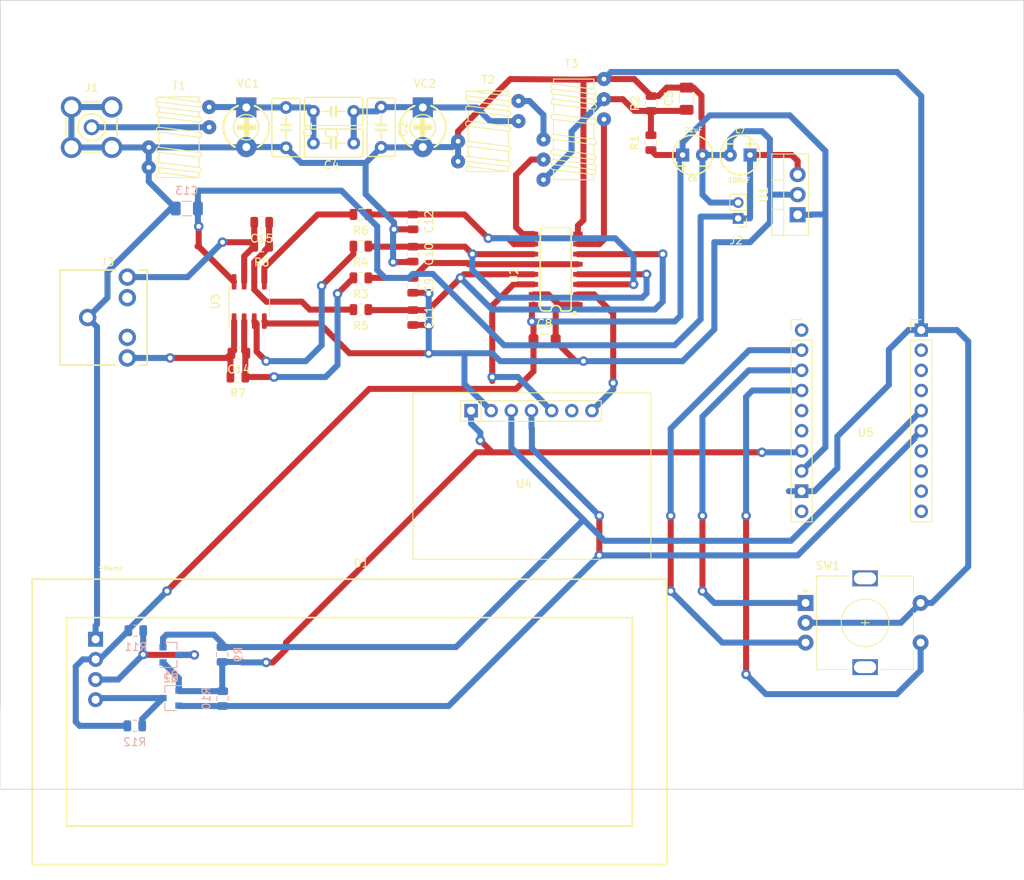
<source format=kicad_pcb>
(kicad_pcb (version 20171130) (host pcbnew "(5.1.5)-3")

  (general
    (thickness 1.6)
    (drawings 6)
    (tracks 467)
    (zones 0)
    (modules 44)
    (nets 45)
  )

  (page A4)
  (layers
    (0 F.Cu signal)
    (31 B.Cu signal)
    (32 B.Adhes user)
    (33 F.Adhes user)
    (34 B.Paste user)
    (35 F.Paste user)
    (36 B.SilkS user)
    (37 F.SilkS user)
    (38 B.Mask user)
    (39 F.Mask user)
    (40 Dwgs.User user)
    (41 Cmts.User user)
    (42 Eco1.User user)
    (43 Eco2.User user)
    (44 Edge.Cuts user)
    (45 Margin user)
    (46 B.CrtYd user)
    (47 F.CrtYd user)
    (48 B.Fab user)
    (49 F.Fab user)
  )

  (setup
    (last_trace_width 0.762)
    (trace_clearance 0.2)
    (zone_clearance 0.508)
    (zone_45_only no)
    (trace_min 0.2)
    (via_size 0.8)
    (via_drill 0.4)
    (via_min_size 0.4)
    (via_min_drill 0.3)
    (user_via 1.2 0.6)
    (user_via 1.4 0.6)
    (uvia_size 0.3)
    (uvia_drill 0.1)
    (uvias_allowed no)
    (uvia_min_size 0.2)
    (uvia_min_drill 0.1)
    (edge_width 0.05)
    (segment_width 0.2)
    (pcb_text_width 0.3)
    (pcb_text_size 1.5 1.5)
    (mod_edge_width 0.12)
    (mod_text_size 1 1)
    (mod_text_width 0.15)
    (pad_size 1.524 1.524)
    (pad_drill 0.762)
    (pad_to_mask_clearance 0.051)
    (solder_mask_min_width 0.25)
    (aux_axis_origin 0 0)
    (visible_elements 7FFFFFFF)
    (pcbplotparams
      (layerselection 0x010fc_ffffffff)
      (usegerberextensions false)
      (usegerberattributes false)
      (usegerberadvancedattributes false)
      (creategerberjobfile false)
      (excludeedgelayer true)
      (linewidth 0.100000)
      (plotframeref false)
      (viasonmask false)
      (mode 1)
      (useauxorigin false)
      (hpglpennumber 1)
      (hpglpenspeed 20)
      (hpglpendiameter 15.000000)
      (psnegative false)
      (psa4output false)
      (plotreference true)
      (plotvalue true)
      (plotinvisibletext false)
      (padsonsilk false)
      (subtractmaskfromsilk false)
      (outputformat 1)
      (mirror false)
      (drillshape 0)
      (scaleselection 1)
      (outputdirectory "C:/Users/Caliphax/Documents/Gerber/"))
  )

  (net 0 "")
  (net 1 "Net-(C1-Pad1)")
  (net 2 GND)
  (net 3 "Net-(C2-Pad1)")
  (net 4 "Net-(J1-Pad1)")
  (net 5 "Net-(T2-PadC2B)")
  (net 6 "Net-(T3-PadC2B)")
  (net 7 "Net-(T3-PadC3A)")
  (net 8 "Net-(C5-Pad1)")
  (net 9 +5V)
  (net 10 +12V)
  (net 11 "Net-(C9-Pad1)")
  (net 12 "Net-(C10-Pad1)")
  (net 13 "Net-(C12-Pad1)")
  (net 14 "Net-(C11-Pad1)")
  (net 15 "Net-(R4-Pad2)")
  (net 16 "Net-(R6-Pad2)")
  (net 17 "Net-(C14-Pad1)")
  (net 18 "Net-(C15-Pad1)")
  (net 19 I_OUTPUT)
  (net 20 Q_OUTPUT)
  (net 21 "Net-(U4-Pad1)")
  (net 22 "Net-(U5-Pad5)")
  (net 23 "Net-(U5-Pad32)")
  (net 24 "Net-(U5-PadRESET)")
  (net 25 "Net-(U5-Pad18)")
  (net 26 "Net-(U5-Pad33)")
  (net 27 "Net-(U5-Pad23)")
  (net 28 "Net-(U5-Pad19)")
  (net 29 "Net-(U5-Pad4)")
  (net 30 "Net-(U5-PadVBAT)")
  (net 31 "Net-(U5-Pad25)")
  (net 32 "Net-(U5-Pad14)")
  (net 33 "Net-(U2-Pad14)")
  (net 34 "Net-(U2-Pad2)")
  (net 35 "Net-(J3-PadTSH)")
  (net 36 "Net-(J3-PadRSH)")
  (net 37 "Net-(SW1-PadA)")
  (net 38 "Net-(SW1-PadB)")
  (net 39 "Net-(SW1-PadS1)")
  (net 40 SDA_HV)
  (net 41 SDA_LV)
  (net 42 +3V3)
  (net 43 SCL_HV)
  (net 44 SCL_LV)

  (net_class Default "This is the default net class."
    (clearance 0.2)
    (trace_width 0.762)
    (via_dia 0.8)
    (via_drill 0.4)
    (uvia_dia 0.3)
    (uvia_drill 0.1)
    (add_net +12V)
    (add_net +3V3)
    (add_net +5V)
    (add_net GND)
    (add_net I_OUTPUT)
    (add_net "Net-(C1-Pad1)")
    (add_net "Net-(C10-Pad1)")
    (add_net "Net-(C11-Pad1)")
    (add_net "Net-(C12-Pad1)")
    (add_net "Net-(C14-Pad1)")
    (add_net "Net-(C15-Pad1)")
    (add_net "Net-(C2-Pad1)")
    (add_net "Net-(C5-Pad1)")
    (add_net "Net-(C9-Pad1)")
    (add_net "Net-(J1-Pad1)")
    (add_net "Net-(J3-PadRSH)")
    (add_net "Net-(J3-PadTSH)")
    (add_net "Net-(R4-Pad2)")
    (add_net "Net-(R6-Pad2)")
    (add_net "Net-(SW1-PadA)")
    (add_net "Net-(SW1-PadB)")
    (add_net "Net-(SW1-PadS1)")
    (add_net "Net-(T2-PadC2B)")
    (add_net "Net-(T3-PadC2B)")
    (add_net "Net-(T3-PadC3A)")
    (add_net "Net-(U2-Pad14)")
    (add_net "Net-(U2-Pad2)")
    (add_net "Net-(U4-Pad1)")
    (add_net "Net-(U5-Pad14)")
    (add_net "Net-(U5-Pad18)")
    (add_net "Net-(U5-Pad19)")
    (add_net "Net-(U5-Pad23)")
    (add_net "Net-(U5-Pad25)")
    (add_net "Net-(U5-Pad32)")
    (add_net "Net-(U5-Pad33)")
    (add_net "Net-(U5-Pad4)")
    (add_net "Net-(U5-Pad5)")
    (add_net "Net-(U5-PadRESET)")
    (add_net "Net-(U5-PadVBAT)")
    (add_net Q_OUTPUT)
    (add_net SCL_HV)
    (add_net SCL_LV)
    (add_net SDA_HV)
    (add_net SDA_LV)
  )

  (module Package_TO_SOT_THT:TO-220-3_Vertical (layer F.Cu) (tedit 5AC8BA0D) (tstamp 5EA57308)
    (at 151 62.54 90)
    (descr "TO-220-3, Vertical, RM 2.54mm, see https://www.vishay.com/docs/66542/to-220-1.pdf")
    (tags "TO-220-3 Vertical RM 2.54mm")
    (path /5EA63793)
    (fp_text reference U1 (at 2.54 -4.27 90) (layer F.SilkS)
      (effects (font (size 1 1) (thickness 0.15)))
    )
    (fp_text value LM7805_TO220 (at 2.54 2.5 90) (layer F.Fab)
      (effects (font (size 1 1) (thickness 0.15)))
    )
    (fp_text user %R (at 2.54 -4.27 90) (layer F.Fab)
      (effects (font (size 1 1) (thickness 0.15)))
    )
    (fp_line (start 7.79 -3.4) (end -2.71 -3.4) (layer F.CrtYd) (width 0.05))
    (fp_line (start 7.79 1.51) (end 7.79 -3.4) (layer F.CrtYd) (width 0.05))
    (fp_line (start -2.71 1.51) (end 7.79 1.51) (layer F.CrtYd) (width 0.05))
    (fp_line (start -2.71 -3.4) (end -2.71 1.51) (layer F.CrtYd) (width 0.05))
    (fp_line (start 4.391 -3.27) (end 4.391 -1.76) (layer F.SilkS) (width 0.12))
    (fp_line (start 0.69 -3.27) (end 0.69 -1.76) (layer F.SilkS) (width 0.12))
    (fp_line (start -2.58 -1.76) (end 7.66 -1.76) (layer F.SilkS) (width 0.12))
    (fp_line (start 7.66 -3.27) (end 7.66 1.371) (layer F.SilkS) (width 0.12))
    (fp_line (start -2.58 -3.27) (end -2.58 1.371) (layer F.SilkS) (width 0.12))
    (fp_line (start -2.58 1.371) (end 7.66 1.371) (layer F.SilkS) (width 0.12))
    (fp_line (start -2.58 -3.27) (end 7.66 -3.27) (layer F.SilkS) (width 0.12))
    (fp_line (start 4.39 -3.15) (end 4.39 -1.88) (layer F.Fab) (width 0.1))
    (fp_line (start 0.69 -3.15) (end 0.69 -1.88) (layer F.Fab) (width 0.1))
    (fp_line (start -2.46 -1.88) (end 7.54 -1.88) (layer F.Fab) (width 0.1))
    (fp_line (start 7.54 -3.15) (end -2.46 -3.15) (layer F.Fab) (width 0.1))
    (fp_line (start 7.54 1.25) (end 7.54 -3.15) (layer F.Fab) (width 0.1))
    (fp_line (start -2.46 1.25) (end 7.54 1.25) (layer F.Fab) (width 0.1))
    (fp_line (start -2.46 -3.15) (end -2.46 1.25) (layer F.Fab) (width 0.1))
    (pad 3 thru_hole oval (at 5.08 0 90) (size 1.905 2) (drill 1.1) (layers *.Cu *.Mask)
      (net 10 +12V))
    (pad 2 thru_hole oval (at 2.54 0 90) (size 1.905 2) (drill 1.1) (layers *.Cu *.Mask)
      (net 2 GND))
    (pad 1 thru_hole rect (at 0 0 90) (size 1.905 2) (drill 1.1) (layers *.Cu *.Mask)
      (net 9 +5V))
    (model ${KISYS3DMOD}/Package_TO_SOT_THT.3dshapes/TO-220-3_Vertical.wrl
      (at (xyz 0 0 0))
      (scale (xyz 1 1 1))
      (rotate (xyz 0 0 0))
    )
  )

  (module Xenir:si5351 (layer F.Cu) (tedit 5E9DDF2A) (tstamp 5E9E4C0D)
    (at 132.5 85 180)
    (path /5E9EA10D)
    (fp_text reference U4 (at 16 -11.5) (layer F.SilkS)
      (effects (font (size 1 1) (thickness 0.15)))
    )
    (fp_text value si5351 (at 16 -13) (layer F.Fab)
      (effects (font (size 1 1) (thickness 0.15)))
    )
    (fp_line (start 30 -21) (end 0 -21) (layer F.SilkS) (width 0.12))
    (fp_line (start 30 0) (end 30 -21) (layer F.SilkS) (width 0.12))
    (fp_line (start 0 0) (end 30 0) (layer F.SilkS) (width 0.12))
    (fp_line (start 0 -21) (end 0 0) (layer F.SilkS) (width 0.12))
    (fp_line (start 30 -21) (end 30 0) (layer F.CrtYd) (width 0.12))
    (fp_line (start 0 -21) (end 30 -21) (layer F.CrtYd) (width 0.12))
    (fp_line (start 0 0) (end 0 -21) (layer F.CrtYd) (width 0.12))
    (fp_line (start 0 0) (end 30 0) (layer F.CrtYd) (width 0.12))
    (fp_line (start 6.25 -1) (end 23.94 -1) (layer F.Fab) (width 0.12))
    (fp_line (start 6.25 -3.5) (end 6.25 -1) (layer F.Fab) (width 0.12))
    (fp_line (start 23.25 -3.5) (end 6.25 -3.5) (layer F.Fab) (width 0.12))
    (fp_line (start 24 -1) (end 24 -2.25) (layer F.SilkS) (width 0.12))
    (fp_line (start 6.25 -1) (end 24 -1) (layer F.SilkS) (width 0.12))
    (fp_line (start 22.67 -3.58) (end 6.25 -3.58) (layer F.SilkS) (width 0.12))
    (fp_line (start 6.25 -3.5) (end 6.25 -1) (layer F.SilkS) (width 0.12))
    (fp_text user %R (at 12 -2.25) (layer F.Fab)
      (effects (font (size 1 1) (thickness 0.15)))
    )
    (fp_line (start 21.4 -3.58) (end 21.4 -1) (layer F.SilkS) (width 0.12))
    (fp_line (start 23.94 -2.885) (end 23.94 -0.98) (layer F.Fab) (width 0.1))
    (fp_line (start 24 -3.58) (end 24 -2.25) (layer F.SilkS) (width 0.12))
    (fp_line (start 23.305 -3.52) (end 23.94 -2.885) (layer F.Fab) (width 0.1))
    (fp_line (start 22.67 -3.58) (end 24 -3.58) (layer F.SilkS) (width 0.12))
    (pad 2 thru_hole oval (at 12.51 -2.25 90) (size 1.7 1.7) (drill 1) (layers *.Cu *.Mask)
      (net 33 "Net-(U2-Pad14)"))
    (pad SDA thru_hole oval (at 17.59 -2.25 90) (size 1.7 1.7) (drill 1) (layers *.Cu *.Mask)
      (net 41 SDA_LV))
    (pad VIN thru_hole rect (at 22.67 -2.25 90) (size 1.7 1.7) (drill 1) (layers *.Cu *.Mask)
      (net 42 +3V3))
    (pad SCL thru_hole oval (at 15.05 -2.25 90) (size 1.7 1.7) (drill 1) (layers *.Cu *.Mask)
      (net 44 SCL_LV))
    (pad 1 thru_hole oval (at 9.97 -2.25 90) (size 1.7 1.7) (drill 1) (layers *.Cu *.Mask)
      (net 21 "Net-(U4-Pad1)"))
    (pad GND thru_hole oval (at 20.13 -2.25 90) (size 1.7 1.7) (drill 1) (layers *.Cu *.Mask)
      (net 2 GND))
    (pad 0 thru_hole oval (at 7.43 -2.25 90) (size 1.7 1.7) (drill 1) (layers *.Cu *.Mask)
      (net 34 "Net-(U2-Pad2)"))
  )

  (module Package_TO_SOT_SMD:SOT-23 (layer B.Cu) (tedit 5A02FF57) (tstamp 5EA041FC)
    (at 72 123.5 180)
    (descr "SOT-23, Standard")
    (tags SOT-23)
    (path /5EBA4A19)
    (attr smd)
    (fp_text reference Q2 (at 0 2.5) (layer B.SilkS)
      (effects (font (size 1 1) (thickness 0.15)) (justify mirror))
    )
    (fp_text value MOSFET-NCH-AO3404A (at 0 -2.5) (layer B.Fab)
      (effects (font (size 1 1) (thickness 0.15)) (justify mirror))
    )
    (fp_line (start 0.76 -1.58) (end -0.7 -1.58) (layer B.SilkS) (width 0.12))
    (fp_line (start 0.76 1.58) (end -1.4 1.58) (layer B.SilkS) (width 0.12))
    (fp_line (start -1.7 -1.75) (end -1.7 1.75) (layer B.CrtYd) (width 0.05))
    (fp_line (start 1.7 -1.75) (end -1.7 -1.75) (layer B.CrtYd) (width 0.05))
    (fp_line (start 1.7 1.75) (end 1.7 -1.75) (layer B.CrtYd) (width 0.05))
    (fp_line (start -1.7 1.75) (end 1.7 1.75) (layer B.CrtYd) (width 0.05))
    (fp_line (start 0.76 1.58) (end 0.76 0.65) (layer B.SilkS) (width 0.12))
    (fp_line (start 0.76 -1.58) (end 0.76 -0.65) (layer B.SilkS) (width 0.12))
    (fp_line (start -0.7 -1.52) (end 0.7 -1.52) (layer B.Fab) (width 0.1))
    (fp_line (start 0.7 1.52) (end 0.7 -1.52) (layer B.Fab) (width 0.1))
    (fp_line (start -0.7 0.95) (end -0.15 1.52) (layer B.Fab) (width 0.1))
    (fp_line (start -0.15 1.52) (end 0.7 1.52) (layer B.Fab) (width 0.1))
    (fp_line (start -0.7 0.95) (end -0.7 -1.5) (layer B.Fab) (width 0.1))
    (fp_text user %R (at 0 0 -90) (layer B.Fab)
      (effects (font (size 0.5 0.5) (thickness 0.075)) (justify mirror))
    )
    (pad 3 smd rect (at 1 0 180) (size 0.9 0.8) (layers B.Cu B.Paste B.Mask)
      (net 43 SCL_HV))
    (pad 2 smd rect (at -1 -0.95 180) (size 0.9 0.8) (layers B.Cu B.Paste B.Mask)
      (net 44 SCL_LV))
    (pad 1 smd rect (at -1 0.95 180) (size 0.9 0.8) (layers B.Cu B.Paste B.Mask)
      (net 42 +3V3))
    (model ${KISYS3DMOD}/Package_TO_SOT_SMD.3dshapes/SOT-23.wrl
      (at (xyz 0 0 0))
      (scale (xyz 1 1 1))
      (rotate (xyz 0 0 0))
    )
  )

  (module Package_TO_SOT_SMD:SOT-23 (layer B.Cu) (tedit 5A02FF57) (tstamp 5EA041E7)
    (at 72 118.05)
    (descr "SOT-23, Standard")
    (tags SOT-23)
    (path /5EB3FD4E)
    (attr smd)
    (fp_text reference Q1 (at 0 2.5) (layer B.SilkS)
      (effects (font (size 1 1) (thickness 0.15)) (justify mirror))
    )
    (fp_text value MOSFET-NCH-AO3404A (at 0 -2.5) (layer B.Fab)
      (effects (font (size 1 1) (thickness 0.15)) (justify mirror))
    )
    (fp_line (start 0.76 -1.58) (end -0.7 -1.58) (layer B.SilkS) (width 0.12))
    (fp_line (start 0.76 1.58) (end -1.4 1.58) (layer B.SilkS) (width 0.12))
    (fp_line (start -1.7 -1.75) (end -1.7 1.75) (layer B.CrtYd) (width 0.05))
    (fp_line (start 1.7 -1.75) (end -1.7 -1.75) (layer B.CrtYd) (width 0.05))
    (fp_line (start 1.7 1.75) (end 1.7 -1.75) (layer B.CrtYd) (width 0.05))
    (fp_line (start -1.7 1.75) (end 1.7 1.75) (layer B.CrtYd) (width 0.05))
    (fp_line (start 0.76 1.58) (end 0.76 0.65) (layer B.SilkS) (width 0.12))
    (fp_line (start 0.76 -1.58) (end 0.76 -0.65) (layer B.SilkS) (width 0.12))
    (fp_line (start -0.7 -1.52) (end 0.7 -1.52) (layer B.Fab) (width 0.1))
    (fp_line (start 0.7 1.52) (end 0.7 -1.52) (layer B.Fab) (width 0.1))
    (fp_line (start -0.7 0.95) (end -0.15 1.52) (layer B.Fab) (width 0.1))
    (fp_line (start -0.15 1.52) (end 0.7 1.52) (layer B.Fab) (width 0.1))
    (fp_line (start -0.7 0.95) (end -0.7 -1.5) (layer B.Fab) (width 0.1))
    (fp_text user %R (at 0 0 -90) (layer B.Fab)
      (effects (font (size 0.5 0.5) (thickness 0.075)) (justify mirror))
    )
    (pad 3 smd rect (at 1 0) (size 0.9 0.8) (layers B.Cu B.Paste B.Mask)
      (net 40 SDA_HV))
    (pad 2 smd rect (at -1 -0.95) (size 0.9 0.8) (layers B.Cu B.Paste B.Mask)
      (net 41 SDA_LV))
    (pad 1 smd rect (at -1 0.95) (size 0.9 0.8) (layers B.Cu B.Paste B.Mask)
      (net 42 +3V3))
    (model ${KISYS3DMOD}/Package_TO_SOT_SMD.3dshapes/SOT-23.wrl
      (at (xyz 0 0 0))
      (scale (xyz 1 1 1))
      (rotate (xyz 0 0 0))
    )
  )

  (module "Xenir:Capacitor 0805" (layer B.Cu) (tedit 5E9C46FE) (tstamp 5E9FABAA)
    (at 67.4375 129.54)
    (path /5EAF5B48)
    (fp_text reference R12 (at 0 -0.5) (layer B.SilkS)
      (effects (font (size 1 1) (thickness 0.15)) (justify mirror))
    )
    (fp_text value 1k (at 0 0.5) (layer B.Fab)
      (effects (font (size 1 1) (thickness 0.15)) (justify mirror))
    )
    (fp_text user %R (at 0 -2.54) (layer B.Fab)
      (effects (font (size 0.5 0.5) (thickness 0.08)) (justify mirror))
    )
    (fp_line (start -1 -3.14) (end -1 -1.94) (layer B.Fab) (width 0.1))
    (fp_line (start -1.68 -1.59) (end 1.68 -1.59) (layer B.CrtYd) (width 0.05))
    (fp_line (start 1.68 -1.59) (end 1.68 -3.49) (layer B.CrtYd) (width 0.05))
    (fp_line (start -1.68 -3.49) (end -1.68 -1.59) (layer B.CrtYd) (width 0.05))
    (fp_line (start 1 -1.94) (end 1 -3.14) (layer B.Fab) (width 0.1))
    (fp_line (start -0.258578 -3.25) (end 0.258578 -3.25) (layer B.SilkS) (width 0.12))
    (fp_line (start -1 -1.94) (end 1 -1.94) (layer B.Fab) (width 0.1))
    (fp_line (start 1 -3.14) (end -1 -3.14) (layer B.Fab) (width 0.1))
    (fp_line (start -0.258578 -1.83) (end 0.258578 -1.83) (layer B.SilkS) (width 0.12))
    (fp_line (start 1.68 -3.49) (end -1.68 -3.49) (layer B.CrtYd) (width 0.05))
    (pad 2 smd roundrect (at 0.9375 -2.54) (size 0.975 1.4) (layers B.Cu B.Paste B.Mask) (roundrect_rratio 0.25)
      (net 43 SCL_HV))
    (pad 1 smd roundrect (at -0.9375 -2.54) (size 0.975 1.4) (layers B.Cu B.Paste B.Mask) (roundrect_rratio 0.25)
      (net 9 +5V))
  )

  (module "Xenir:Capacitor 0805" (layer B.Cu) (tedit 5E9C46FE) (tstamp 5E9FAB99)
    (at 67.5625 117.54)
    (path /5EAF5462)
    (fp_text reference R11 (at 0 -0.5) (layer B.SilkS)
      (effects (font (size 1 1) (thickness 0.15)) (justify mirror))
    )
    (fp_text value 1k (at 0 0.5) (layer B.Fab)
      (effects (font (size 1 1) (thickness 0.15)) (justify mirror))
    )
    (fp_text user %R (at 0 -2.54) (layer B.Fab)
      (effects (font (size 0.5 0.5) (thickness 0.08)) (justify mirror))
    )
    (fp_line (start -1 -3.14) (end -1 -1.94) (layer B.Fab) (width 0.1))
    (fp_line (start -1.68 -1.59) (end 1.68 -1.59) (layer B.CrtYd) (width 0.05))
    (fp_line (start 1.68 -1.59) (end 1.68 -3.49) (layer B.CrtYd) (width 0.05))
    (fp_line (start -1.68 -3.49) (end -1.68 -1.59) (layer B.CrtYd) (width 0.05))
    (fp_line (start 1 -1.94) (end 1 -3.14) (layer B.Fab) (width 0.1))
    (fp_line (start -0.258578 -3.25) (end 0.258578 -3.25) (layer B.SilkS) (width 0.12))
    (fp_line (start -1 -1.94) (end 1 -1.94) (layer B.Fab) (width 0.1))
    (fp_line (start 1 -3.14) (end -1 -3.14) (layer B.Fab) (width 0.1))
    (fp_line (start -0.258578 -1.83) (end 0.258578 -1.83) (layer B.SilkS) (width 0.12))
    (fp_line (start 1.68 -3.49) (end -1.68 -3.49) (layer B.CrtYd) (width 0.05))
    (pad 2 smd roundrect (at 0.9375 -2.54) (size 0.975 1.4) (layers B.Cu B.Paste B.Mask) (roundrect_rratio 0.25)
      (net 40 SDA_HV))
    (pad 1 smd roundrect (at -0.9375 -2.54) (size 0.975 1.4) (layers B.Cu B.Paste B.Mask) (roundrect_rratio 0.25)
      (net 9 +5V))
  )

  (module "Xenir:Capacitor 0805" (layer B.Cu) (tedit 5E9C46FE) (tstamp 5E9FAB88)
    (at 75.96 123.5625 270)
    (path /5EA67A5F)
    (fp_text reference R10 (at 0 -0.5 270) (layer B.SilkS)
      (effects (font (size 1 1) (thickness 0.15)) (justify mirror))
    )
    (fp_text value 1k (at 0 0.5 270) (layer B.Fab)
      (effects (font (size 1 1) (thickness 0.15)) (justify mirror))
    )
    (fp_text user %R (at 0 -2.54 270) (layer B.Fab)
      (effects (font (size 0.5 0.5) (thickness 0.08)) (justify mirror))
    )
    (fp_line (start -1 -3.14) (end -1 -1.94) (layer B.Fab) (width 0.1))
    (fp_line (start -1.68 -1.59) (end 1.68 -1.59) (layer B.CrtYd) (width 0.05))
    (fp_line (start 1.68 -1.59) (end 1.68 -3.49) (layer B.CrtYd) (width 0.05))
    (fp_line (start -1.68 -3.49) (end -1.68 -1.59) (layer B.CrtYd) (width 0.05))
    (fp_line (start 1 -1.94) (end 1 -3.14) (layer B.Fab) (width 0.1))
    (fp_line (start -0.258578 -3.25) (end 0.258578 -3.25) (layer B.SilkS) (width 0.12))
    (fp_line (start -1 -1.94) (end 1 -1.94) (layer B.Fab) (width 0.1))
    (fp_line (start 1 -3.14) (end -1 -3.14) (layer B.Fab) (width 0.1))
    (fp_line (start -0.258578 -1.83) (end 0.258578 -1.83) (layer B.SilkS) (width 0.12))
    (fp_line (start 1.68 -3.49) (end -1.68 -3.49) (layer B.CrtYd) (width 0.05))
    (pad 2 smd roundrect (at 0.9375 -2.54 270) (size 0.975 1.4) (layers B.Cu B.Paste B.Mask) (roundrect_rratio 0.25)
      (net 44 SCL_LV))
    (pad 1 smd roundrect (at -0.9375 -2.54 270) (size 0.975 1.4) (layers B.Cu B.Paste B.Mask) (roundrect_rratio 0.25)
      (net 42 +3V3))
  )

  (module "Xenir:Capacitor 0805" (layer B.Cu) (tedit 5E9C46FE) (tstamp 5E9FAB77)
    (at 81 118 90)
    (path /5EA65EE5)
    (fp_text reference R9 (at 0 -0.5 270) (layer B.SilkS)
      (effects (font (size 1 1) (thickness 0.15)) (justify mirror))
    )
    (fp_text value 1k (at 0 0.5 270) (layer B.Fab)
      (effects (font (size 1 1) (thickness 0.15)) (justify mirror))
    )
    (fp_text user %R (at 0 -2.54 270) (layer B.Fab)
      (effects (font (size 0.5 0.5) (thickness 0.08)) (justify mirror))
    )
    (fp_line (start -1 -3.14) (end -1 -1.94) (layer B.Fab) (width 0.1))
    (fp_line (start -1.68 -1.59) (end 1.68 -1.59) (layer B.CrtYd) (width 0.05))
    (fp_line (start 1.68 -1.59) (end 1.68 -3.49) (layer B.CrtYd) (width 0.05))
    (fp_line (start -1.68 -3.49) (end -1.68 -1.59) (layer B.CrtYd) (width 0.05))
    (fp_line (start 1 -1.94) (end 1 -3.14) (layer B.Fab) (width 0.1))
    (fp_line (start -0.258578 -3.25) (end 0.258578 -3.25) (layer B.SilkS) (width 0.12))
    (fp_line (start -1 -1.94) (end 1 -1.94) (layer B.Fab) (width 0.1))
    (fp_line (start 1 -3.14) (end -1 -3.14) (layer B.Fab) (width 0.1))
    (fp_line (start -0.258578 -1.83) (end 0.258578 -1.83) (layer B.SilkS) (width 0.12))
    (fp_line (start 1.68 -3.49) (end -1.68 -3.49) (layer B.CrtYd) (width 0.05))
    (pad 2 smd roundrect (at 0.9375 -2.54 90) (size 0.975 1.4) (layers B.Cu B.Paste B.Mask) (roundrect_rratio 0.25)
      (net 41 SDA_LV))
    (pad 1 smd roundrect (at -0.9375 -2.54 90) (size 0.975 1.4) (layers B.Cu B.Paste B.Mask) (roundrect_rratio 0.25)
      (net 42 +3V3))
  )

  (module Xenir:TINYpico (layer F.Cu) (tedit 5E9C9A8F) (tstamp 5E9E4821)
    (at 159.58 72)
    (path /5E9E9C6C)
    (fp_text reference U5 (at 0 18) (layer F.SilkS)
      (effects (font (size 1 1) (thickness 0.15)))
    )
    (fp_text value TINYPico (at 0 16) (layer F.Fab)
      (effects (font (size 1 1) (thickness 0.15)))
    )
    (fp_line (start -9.88 3.28) (end 5.25 3.28) (layer F.CrtYd) (width 0.05))
    (fp_line (start -6.28 29.73) (end 5.25 29.73) (layer F.CrtYd) (width 0.05))
    (fp_line (start 5.73 29.21) (end 5.73 4.445) (layer F.Fab) (width 0.1))
    (fp_line (start 8.33 6.35) (end 8.33 29.27) (layer F.SilkS) (width 0.12))
    (fp_line (start 8.8 3.28) (end 5.2 3.28) (layer F.CrtYd) (width 0.05))
    (fp_line (start 5.67 5.08) (end 5.67 3.75) (layer F.SilkS) (width 0.12))
    (fp_line (start 8.8 29.73) (end 8.8 3.28) (layer F.CrtYd) (width 0.05))
    (fp_line (start 8.27 29.21) (end 5.73 29.21) (layer F.Fab) (width 0.1))
    (fp_line (start 8.27 3.81) (end 8.27 29.21) (layer F.Fab) (width 0.1))
    (fp_line (start 6.365 3.81) (end 8.27 3.81) (layer F.Fab) (width 0.1))
    (fp_line (start 5.2 29.73) (end 8.8 29.73) (layer F.CrtYd) (width 0.05))
    (fp_line (start 5.67 3.75) (end 7 3.75) (layer F.SilkS) (width 0.12))
    (fp_line (start 5.67 6.35) (end 8.33 6.35) (layer F.SilkS) (width 0.12))
    (fp_line (start 5.67 29.27) (end 8.33 29.27) (layer F.SilkS) (width 0.12))
    (fp_line (start 5.73 4.445) (end 6.365 3.81) (layer F.Fab) (width 0.1))
    (fp_line (start 5.67 6.35) (end 5.67 29.27) (layer F.SilkS) (width 0.12))
    (fp_text user %R (at 7 16.51 90) (layer F.Fab)
      (effects (font (size 1 1) (thickness 0.15)))
    )
    (fp_text user %R (at -8.08 16.51 90) (layer F.Fab)
      (effects (font (size 1 1) (thickness 0.15)))
    )
    (fp_line (start -9.41 29.27) (end -6.75 29.27) (layer F.SilkS) (width 0.12))
    (fp_line (start -9.41 6.35) (end -6.75 6.35) (layer F.SilkS) (width 0.12))
    (fp_line (start -9.41 3.75) (end -8.08 3.75) (layer F.SilkS) (width 0.12))
    (fp_line (start -9.88 29.73) (end -6.28 29.73) (layer F.CrtYd) (width 0.05))
    (fp_line (start -9.35 29.21) (end -9.35 4.445) (layer F.Fab) (width 0.1))
    (fp_line (start -8.715 3.81) (end -6.81 3.81) (layer F.Fab) (width 0.1))
    (fp_line (start -6.81 3.81) (end -6.81 29.21) (layer F.Fab) (width 0.1))
    (fp_line (start -6.81 29.21) (end -9.35 29.21) (layer F.Fab) (width 0.1))
    (fp_line (start -9.41 5.08) (end -9.41 3.75) (layer F.SilkS) (width 0.12))
    (fp_line (start -9.41 6.35) (end -9.41 29.27) (layer F.SilkS) (width 0.12))
    (fp_line (start -9.88 3.28) (end -9.88 29.73) (layer F.CrtYd) (width 0.05))
    (fp_line (start -9.35 4.445) (end -8.715 3.81) (layer F.Fab) (width 0.1))
    (fp_line (start -6.75 6.35) (end -6.75 29.27) (layer F.SilkS) (width 0.12))
    (pad 5 thru_hole oval (at 7 20.32) (size 1.7 1.7) (drill 1) (layers *.Cu *.Mask)
      (net 22 "Net-(U5-Pad5)"))
    (pad GND thru_hole rect (at 7 5.08) (size 1.7 1.7) (drill 1) (layers *.Cu *.Mask)
      (net 2 GND))
    (pad 32 thru_hole oval (at 7 12.7) (size 1.7 1.7) (drill 1) (layers *.Cu *.Mask)
      (net 23 "Net-(U5-Pad32)"))
    (pad RESET thru_hole oval (at 7 7.62) (size 1.7 1.7) (drill 1) (layers *.Cu *.Mask)
      (net 24 "Net-(U5-PadRESET)"))
    (pad 18 thru_hole oval (at 7 22.86) (size 1.7 1.7) (drill 1) (layers *.Cu *.Mask)
      (net 25 "Net-(U5-Pad18)"))
    (pad 22 thru_hole oval (at 7 17.78) (size 1.7 1.7) (drill 1) (layers *.Cu *.Mask)
      (net 44 SCL_LV))
    (pad 33 thru_hole oval (at 7 10.16) (size 1.7 1.7) (drill 1) (layers *.Cu *.Mask)
      (net 26 "Net-(U5-Pad33)"))
    (pad 21 thru_hole oval (at 7 15.24) (size 1.7 1.7) (drill 1) (layers *.Cu *.Mask)
      (net 41 SDA_LV))
    (pad 23 thru_hole oval (at 7 27.94) (size 1.7 1.7) (drill 1) (layers *.Cu *.Mask)
      (net 27 "Net-(U5-Pad23)"))
    (pad 19 thru_hole oval (at 7 25.4) (size 1.7 1.7) (drill 1) (layers *.Cu *.Mask)
      (net 28 "Net-(U5-Pad19)"))
    (pad GND thru_hole rect (at -8.08 25.4) (size 1.7 1.7) (drill 1) (layers *.Cu *.Mask)
      (net 2 GND))
    (pad 27 thru_hole oval (at -8.08 10.16) (size 1.7 1.7) (drill 1) (layers *.Cu *.Mask)
      (net 37 "Net-(SW1-PadA)"))
    (pad 4 thru_hole oval (at -8.08 17.78) (size 1.7 1.7) (drill 1) (layers *.Cu *.Mask)
      (net 29 "Net-(U5-Pad4)"))
    (pad 26 thru_hole oval (at -8.08 7.62) (size 1.7 1.7) (drill 1) (layers *.Cu *.Mask)
      (net 38 "Net-(SW1-PadB)"))
    (pad VBAT thru_hole oval (at -8.08 27.94) (size 1.7 1.7) (drill 1) (layers *.Cu *.Mask)
      (net 30 "Net-(U5-PadVBAT)"))
    (pad 15 thru_hole oval (at -8.08 12.7) (size 1.7 1.7) (drill 1) (layers *.Cu *.Mask)
      (net 39 "Net-(SW1-PadS1)"))
    (pad 25 thru_hole circle (at -8.08 5.08) (size 1.7 1.7) (drill 1) (layers *.Cu *.Mask)
      (net 31 "Net-(U5-Pad25)"))
    (pad 14 thru_hole oval (at -8.08 15.24) (size 1.7 1.7) (drill 1) (layers *.Cu *.Mask)
      (net 32 "Net-(U5-Pad14)"))
    (pad 3V3 thru_hole oval (at -8.08 20.32) (size 1.7 1.7) (drill 1) (layers *.Cu *.Mask)
      (net 42 +3V3))
    (pad 5V thru_hole oval (at -8.08 22.86) (size 1.7 1.7) (drill 1) (layers *.Cu *.Mask)
      (net 9 +5V))
  )

  (module Rotary_Encoder:RotaryEncoder_Alps_EC11E-Switch_Vertical_H20mm (layer F.Cu) (tedit 5A74C8CB) (tstamp 5E9E82A7)
    (at 152 111.5)
    (descr "Alps rotary encoder, EC12E... with switch, vertical shaft, http://www.alps.com/prod/info/E/HTML/Encoder/Incremental/EC11/EC11E15204A3.html")
    (tags "rotary encoder")
    (path /5EA96BE3)
    (fp_text reference SW1 (at 2.8 -4.7) (layer F.SilkS)
      (effects (font (size 1 1) (thickness 0.15)))
    )
    (fp_text value Rotary_Encoder_Switch (at 7.5 10.4) (layer F.Fab)
      (effects (font (size 1 1) (thickness 0.15)))
    )
    (fp_circle (center 7.5 2.5) (end 10.5 2.5) (layer F.Fab) (width 0.12))
    (fp_circle (center 7.5 2.5) (end 10.5 2.5) (layer F.SilkS) (width 0.12))
    (fp_line (start 16 9.6) (end -1.5 9.6) (layer F.CrtYd) (width 0.05))
    (fp_line (start 16 9.6) (end 16 -4.6) (layer F.CrtYd) (width 0.05))
    (fp_line (start -1.5 -4.6) (end -1.5 9.6) (layer F.CrtYd) (width 0.05))
    (fp_line (start -1.5 -4.6) (end 16 -4.6) (layer F.CrtYd) (width 0.05))
    (fp_line (start 2.5 -3.3) (end 13.5 -3.3) (layer F.Fab) (width 0.12))
    (fp_line (start 13.5 -3.3) (end 13.5 8.3) (layer F.Fab) (width 0.12))
    (fp_line (start 13.5 8.3) (end 1.5 8.3) (layer F.Fab) (width 0.12))
    (fp_line (start 1.5 8.3) (end 1.5 -2.2) (layer F.Fab) (width 0.12))
    (fp_line (start 1.5 -2.2) (end 2.5 -3.3) (layer F.Fab) (width 0.12))
    (fp_line (start 9.5 -3.4) (end 13.6 -3.4) (layer F.SilkS) (width 0.12))
    (fp_line (start 13.6 8.4) (end 9.5 8.4) (layer F.SilkS) (width 0.12))
    (fp_line (start 5.5 8.4) (end 1.4 8.4) (layer F.SilkS) (width 0.12))
    (fp_line (start 5.5 -3.4) (end 1.4 -3.4) (layer F.SilkS) (width 0.12))
    (fp_line (start 1.4 -3.4) (end 1.4 8.4) (layer F.SilkS) (width 0.12))
    (fp_line (start 0 -1.3) (end -0.3 -1.6) (layer F.SilkS) (width 0.12))
    (fp_line (start -0.3 -1.6) (end 0.3 -1.6) (layer F.SilkS) (width 0.12))
    (fp_line (start 0.3 -1.6) (end 0 -1.3) (layer F.SilkS) (width 0.12))
    (fp_line (start 7.5 -0.5) (end 7.5 5.5) (layer F.Fab) (width 0.12))
    (fp_line (start 4.5 2.5) (end 10.5 2.5) (layer F.Fab) (width 0.12))
    (fp_line (start 13.6 -3.4) (end 13.6 -1) (layer F.SilkS) (width 0.12))
    (fp_line (start 13.6 1.2) (end 13.6 3.8) (layer F.SilkS) (width 0.12))
    (fp_line (start 13.6 6) (end 13.6 8.4) (layer F.SilkS) (width 0.12))
    (fp_line (start 7.5 2) (end 7.5 3) (layer F.SilkS) (width 0.12))
    (fp_line (start 7 2.5) (end 8 2.5) (layer F.SilkS) (width 0.12))
    (fp_text user %R (at 11.1 6.3) (layer F.Fab)
      (effects (font (size 1 1) (thickness 0.15)))
    )
    (pad A thru_hole rect (at 0 0) (size 2 2) (drill 1) (layers *.Cu *.Mask)
      (net 37 "Net-(SW1-PadA)"))
    (pad C thru_hole circle (at 0 2.5) (size 2 2) (drill 1) (layers *.Cu *.Mask)
      (net 2 GND))
    (pad B thru_hole circle (at 0 5) (size 2 2) (drill 1) (layers *.Cu *.Mask)
      (net 38 "Net-(SW1-PadB)"))
    (pad MP thru_hole rect (at 7.5 -3.1) (size 3.2 2) (drill oval 2.8 1.5) (layers *.Cu *.Mask))
    (pad MP thru_hole rect (at 7.5 8.1) (size 3.2 2) (drill oval 2.8 1.5) (layers *.Cu *.Mask))
    (pad S2 thru_hole circle (at 14.5 0) (size 2 2) (drill 1) (layers *.Cu *.Mask)
      (net 2 GND))
    (pad S1 thru_hole circle (at 14.5 5) (size 2 2) (drill 1) (layers *.Cu *.Mask)
      (net 39 "Net-(SW1-PadS1)"))
    (model ${KISYS3DMOD}/Rotary_Encoder.3dshapes/RotaryEncoder_Alps_EC11E-Switch_Vertical_H20mm.wrl
      (at (xyz 0 0 0))
      (scale (xyz 1 1 1))
      (rotate (xyz 0 0 0))
    )
  )

  (module Xenir:LCD_I2C (layer F.Cu) (tedit 5E9DF59D) (tstamp 5E9E735A)
    (at 95 103)
    (path /5EA7D0FE)
    (fp_text reference D1 (at 1 3.5) (layer F.SilkS)
      (effects (font (size 1 1) (thickness 0.15)))
    )
    (fp_text value LCD_I2C (at 0 -0.5) (layer F.Fab)
      (effects (font (size 1 1) (thickness 0.15)))
    )
    (fp_text user 1 (at -34.79 8.26) (layer F.Fab)
      (effects (font (size 0.9652 0.9652) (thickness 0.1524)) (justify left bottom))
    )
    (fp_text user >Name (at -32.25 4.45) (layer F.SilkS)
      (effects (font (size 0.57912 0.57912) (thickness 0.12192)) (justify left bottom))
    )
    (fp_text user >Value (at -32.25 42.55) (layer F.Fab)
      (effects (font (size 0.57912 0.57912) (thickness 0.12192)) (justify left top))
    )
    (fp_line (start 35.15 10.35) (end 35.15 36.65) (layer F.SilkS) (width 0.2032))
    (fp_line (start 39.5 5.5) (end 39.5 41.5) (layer F.SilkS) (width 0.2032))
    (fp_line (start 31.75 15.3) (end 31.75 31.7) (layer Dwgs.User) (width 0.2032))
    (fp_line (start -40.5 41.5) (end -40.5 5.5) (layer F.SilkS) (width 0.2032))
    (fp_line (start -32.75 15.3) (end 31.75 15.3) (layer Dwgs.User) (width 0.2032))
    (fp_line (start -36.15 10.35) (end 35.15 10.35) (layer F.SilkS) (width 0.2032))
    (fp_line (start 31.75 31.7) (end -32.75 31.7) (layer Dwgs.User) (width 0.2032))
    (fp_line (start -40.5 5.5) (end 39.5 5.5) (layer F.SilkS) (width 0.2032))
    (fp_line (start 39.5 41.5) (end -40.5 41.5) (layer F.SilkS) (width 0.2032))
    (fp_line (start -32.75 31.7) (end -32.75 15.3) (layer Dwgs.User) (width 0.2032))
    (fp_line (start -36.15 36.65) (end -36.15 10.35) (layer F.SilkS) (width 0.2032))
    (fp_line (start 35.15 36.65) (end -36.15 36.65) (layer F.SilkS) (width 0.2032))
    (pad "" np_thru_hole circle (at -38 39) (size 2.8 2.8) (drill 2.8) (layers *.Cu *.Mask))
    (pad "" np_thru_hole circle (at -38 8) (size 2.8 2.8) (drill 2.8) (layers *.Cu *.Mask))
    (pad "" np_thru_hole circle (at 37 8) (size 2.8 2.8) (drill 2.8) (layers *.Cu *.Mask))
    (pad 1 thru_hole rect (at -32.5 13.08) (size 1.8796 1.8796) (drill 1.016) (layers *.Cu *.Mask)
      (net 2 GND) (solder_mask_margin 0.1016))
    (pad 3 thru_hole circle (at -32.5 18.16) (size 1.8796 1.8796) (drill 1.016) (layers *.Cu *.Mask)
      (net 40 SDA_HV) (solder_mask_margin 0.1016))
    (pad 4 thru_hole circle (at -32.5 20.7) (size 1.8796 1.8796) (drill 1.016) (layers *.Cu *.Mask)
      (net 43 SCL_HV) (solder_mask_margin 0.1016))
    (pad "" np_thru_hole circle (at 37 39) (size 2.8 2.8) (drill 2.8) (layers *.Cu *.Mask))
    (pad 2 thru_hole circle (at -32.5 15.62) (size 1.8796 1.8796) (drill 1.016) (layers *.Cu *.Mask)
      (net 9 +5V) (solder_mask_margin 0.1016))
  )

  (module Xenir:Audio_Jack (layer F.Cu) (tedit 5E9DEF8F) (tstamp 5E9E4ECB)
    (at 63.5 67)
    (path /5E9E7BEE)
    (fp_text reference J3 (at 0.5 1.5) (layer F.SilkS)
      (effects (font (size 1 1) (thickness 0.15)))
    )
    (fp_text value Audio_Jack (at 0 -0.5) (layer F.Fab)
      (effects (font (size 1 1) (thickness 0.15)))
    )
    (fp_line (start -5.5 2.5) (end -5.5 14.5) (layer F.SilkS) (width 0.2032))
    (fp_line (start -5.5 2.5) (end -5.5 4) (layer F.Fab) (width 0.2032))
    (fp_line (start -6.5 13) (end -5.5 13) (layer F.Fab) (width 0.2032))
    (fp_line (start 5.5 2.5) (end 5.5 14.5) (layer F.SilkS) (width 0.2032))
    (fp_circle (center 3 6) (end 3.3302 6) (layer F.Mask) (width 0.6604))
    (fp_circle (center 3 13.6) (end 3.3302 13.6) (layer F.Mask) (width 0.6604))
    (fp_line (start -6.5 4) (end -6.5 5.5) (layer F.Fab) (width 0.2032))
    (fp_line (start -6.5 11.5) (end -6.5 13) (layer F.Fab) (width 0.2032))
    (fp_circle (center 3 11) (end 3.6096 11) (layer B.Mask) (width 1.2192))
    (fp_line (start -5.5 14.5) (end 1.5 14.5) (layer F.SilkS) (width 0.2032))
    (fp_circle (center -2 8.5) (end -1.6698 8.5) (layer F.Mask) (width 0.6604))
    (fp_circle (center 3 3.4) (end 3.6096 3.4) (layer B.Mask) (width 1.2192))
    (fp_line (start 5.5 14.5) (end 4.5 14.5) (layer F.SilkS) (width 0.2032))
    (fp_circle (center 3 3.4) (end 3.3302 3.4) (layer F.Mask) (width 0.6604))
    (fp_line (start -5.5 13) (end -5.5 14.5) (layer F.Fab) (width 0.2032))
    (fp_line (start -8.5 5.5) (end -8.5 11.5) (layer F.Fab) (width 0.2032))
    (fp_circle (center 3 11) (end 3.3302 11) (layer F.Mask) (width 0.6604))
    (fp_circle (center 3 13.6) (end 3.6096 13.6) (layer B.Mask) (width 1.2192))
    (fp_line (start 5.5 2.5) (end 4.5 2.5) (layer F.SilkS) (width 0.2032))
    (fp_line (start -8.5 11.5) (end -6.5 11.5) (layer F.Fab) (width 0.2032))
    (fp_line (start -5.5 2.5) (end 1.5 2.5) (layer F.SilkS) (width 0.2032))
    (fp_circle (center -2 8.5) (end -1.3904 8.5) (layer B.Mask) (width 1.2192))
    (fp_circle (center 3 6) (end 3.6096 6) (layer B.Mask) (width 1.2192))
    (fp_line (start -6.5 4) (end -5.5 4) (layer F.Fab) (width 0.2032))
    (fp_line (start -8.5 5.5) (end -6.5 5.5) (layer F.Fab) (width 0.2032))
    (pad "" np_thru_hole circle (at -4.5 3.5) (size 1.2 1.2) (drill 1.2) (layers *.Cu *.Mask))
    (pad "" np_thru_hole circle (at -2 3.5) (size 1.2 1.2) (drill 1.2) (layers *.Cu *.Mask))
    (pad RING thru_hole circle (at 3 3.4) (size 2.1844 2.1844) (drill 1.3) (layers *.Cu *.Mask)
      (net 20 Q_OUTPUT) (solder_mask_margin 0.1016))
    (pad "" np_thru_hole circle (at 3 8.5) (size 1.2 1.2) (drill 1.2) (layers *.Cu *.Mask))
    (pad SLEEVE thru_hole circle (at -2 8.5) (size 2.1844 2.1844) (drill 1.3) (layers *.Cu *.Mask)
      (net 2 GND) (solder_mask_margin 0.1016))
    (pad "" np_thru_hole circle (at -2 13.5) (size 1.2 1.2) (drill 1.2) (layers *.Cu *.Mask))
    (pad TIP thru_hole circle (at 3 13.6) (size 2.1844 2.1844) (drill 1.3) (layers *.Cu *.Mask)
      (net 19 I_OUTPUT) (solder_mask_margin 0.1016))
    (pad TSH thru_hole circle (at 3 11) (size 2.1844 2.1844) (drill 1.3) (layers *.Cu *.Mask)
      (net 35 "Net-(J3-PadTSH)") (solder_mask_margin 0.1016))
    (pad "" np_thru_hole circle (at -4.5 13.5) (size 1.2 1.2) (drill 1.2) (layers *.Cu *.Mask))
    (pad RSH thru_hole circle (at 3 6) (size 2.1844 2.1844) (drill 1.3) (layers *.Cu *.Mask)
      (net 36 "Net-(J3-PadRSH)") (solder_mask_margin 0.1016))
  )

  (module "Xenir:Capacitor 0805" (layer F.Cu) (tedit 5E9C46FE) (tstamp 5E9DBFFE)
    (at 83.4375 69.04 180)
    (path /5EADC037)
    (fp_text reference R8 (at 0 0.5) (layer F.SilkS)
      (effects (font (size 1 1) (thickness 0.15)))
    )
    (fp_text value 10k (at 0 -0.5) (layer F.Fab)
      (effects (font (size 1 1) (thickness 0.15)))
    )
    (fp_text user %R (at 0 2.54) (layer F.Fab)
      (effects (font (size 0.5 0.5) (thickness 0.08)))
    )
    (fp_line (start -1 3.14) (end -1 1.94) (layer F.Fab) (width 0.1))
    (fp_line (start -1.68 1.59) (end 1.68 1.59) (layer F.CrtYd) (width 0.05))
    (fp_line (start 1.68 1.59) (end 1.68 3.49) (layer F.CrtYd) (width 0.05))
    (fp_line (start -1.68 3.49) (end -1.68 1.59) (layer F.CrtYd) (width 0.05))
    (fp_line (start 1 1.94) (end 1 3.14) (layer F.Fab) (width 0.1))
    (fp_line (start -0.258578 3.25) (end 0.258578 3.25) (layer F.SilkS) (width 0.12))
    (fp_line (start -1 1.94) (end 1 1.94) (layer F.Fab) (width 0.1))
    (fp_line (start 1 3.14) (end -1 3.14) (layer F.Fab) (width 0.1))
    (fp_line (start -0.258578 1.83) (end 0.258578 1.83) (layer F.SilkS) (width 0.12))
    (fp_line (start 1.68 3.49) (end -1.68 3.49) (layer F.CrtYd) (width 0.05))
    (pad 2 smd roundrect (at 0.9375 2.54 180) (size 0.975 1.4) (layers F.Cu F.Paste F.Mask) (roundrect_rratio 0.25)
      (net 20 Q_OUTPUT))
    (pad 1 smd roundrect (at -0.9375 2.54 180) (size 0.975 1.4) (layers F.Cu F.Paste F.Mask) (roundrect_rratio 0.25)
      (net 18 "Net-(C15-Pad1)"))
  )

  (module "Xenir:Capacitor 0805" (layer F.Cu) (tedit 5E9C46FE) (tstamp 5E9DBFED)
    (at 80.4375 85.54 180)
    (path /5EADA2EC)
    (fp_text reference R7 (at 0 0.5) (layer F.SilkS)
      (effects (font (size 1 1) (thickness 0.15)))
    )
    (fp_text value 10k (at 0 -0.5) (layer F.Fab)
      (effects (font (size 1 1) (thickness 0.15)))
    )
    (fp_text user %R (at 0 2.54) (layer F.Fab)
      (effects (font (size 0.5 0.5) (thickness 0.08)))
    )
    (fp_line (start -1 3.14) (end -1 1.94) (layer F.Fab) (width 0.1))
    (fp_line (start -1.68 1.59) (end 1.68 1.59) (layer F.CrtYd) (width 0.05))
    (fp_line (start 1.68 1.59) (end 1.68 3.49) (layer F.CrtYd) (width 0.05))
    (fp_line (start -1.68 3.49) (end -1.68 1.59) (layer F.CrtYd) (width 0.05))
    (fp_line (start 1 1.94) (end 1 3.14) (layer F.Fab) (width 0.1))
    (fp_line (start -0.258578 3.25) (end 0.258578 3.25) (layer F.SilkS) (width 0.12))
    (fp_line (start -1 1.94) (end 1 1.94) (layer F.Fab) (width 0.1))
    (fp_line (start 1 3.14) (end -1 3.14) (layer F.Fab) (width 0.1))
    (fp_line (start -0.258578 1.83) (end 0.258578 1.83) (layer F.SilkS) (width 0.12))
    (fp_line (start 1.68 3.49) (end -1.68 3.49) (layer F.CrtYd) (width 0.05))
    (pad 2 smd roundrect (at 0.9375 2.54 180) (size 0.975 1.4) (layers F.Cu F.Paste F.Mask) (roundrect_rratio 0.25)
      (net 19 I_OUTPUT))
    (pad 1 smd roundrect (at -0.9375 2.54 180) (size 0.975 1.4) (layers F.Cu F.Paste F.Mask) (roundrect_rratio 0.25)
      (net 17 "Net-(C14-Pad1)"))
  )

  (module "Xenir:Capacitor 0805" (layer F.Cu) (tedit 5E9C46FE) (tstamp 5E9DBE86)
    (at 83.4375 66.04 180)
    (path /5EADF0CD)
    (fp_text reference C15 (at 0 0.5) (layer F.SilkS)
      (effects (font (size 1 1) (thickness 0.15)))
    )
    (fp_text value 1nF (at 0 -0.5) (layer F.Fab)
      (effects (font (size 1 1) (thickness 0.15)))
    )
    (fp_text user %R (at 0 2.54) (layer F.Fab)
      (effects (font (size 0.5 0.5) (thickness 0.08)))
    )
    (fp_line (start -1 3.14) (end -1 1.94) (layer F.Fab) (width 0.1))
    (fp_line (start -1.68 1.59) (end 1.68 1.59) (layer F.CrtYd) (width 0.05))
    (fp_line (start 1.68 1.59) (end 1.68 3.49) (layer F.CrtYd) (width 0.05))
    (fp_line (start -1.68 3.49) (end -1.68 1.59) (layer F.CrtYd) (width 0.05))
    (fp_line (start 1 1.94) (end 1 3.14) (layer F.Fab) (width 0.1))
    (fp_line (start -0.258578 3.25) (end 0.258578 3.25) (layer F.SilkS) (width 0.12))
    (fp_line (start -1 1.94) (end 1 1.94) (layer F.Fab) (width 0.1))
    (fp_line (start 1 3.14) (end -1 3.14) (layer F.Fab) (width 0.1))
    (fp_line (start -0.258578 1.83) (end 0.258578 1.83) (layer F.SilkS) (width 0.12))
    (fp_line (start 1.68 3.49) (end -1.68 3.49) (layer F.CrtYd) (width 0.05))
    (pad 2 smd roundrect (at 0.9375 2.54 180) (size 0.975 1.4) (layers F.Cu F.Paste F.Mask) (roundrect_rratio 0.25)
      (net 20 Q_OUTPUT))
    (pad 1 smd roundrect (at -0.9375 2.54 180) (size 0.975 1.4) (layers F.Cu F.Paste F.Mask) (roundrect_rratio 0.25)
      (net 18 "Net-(C15-Pad1)"))
  )

  (module "Xenir:Capacitor 0805" (layer F.Cu) (tedit 5E9C46FE) (tstamp 5E9DBE75)
    (at 80.5625 82.54 180)
    (path /5EADE1CD)
    (fp_text reference C14 (at 0 0.5) (layer F.SilkS)
      (effects (font (size 1 1) (thickness 0.15)))
    )
    (fp_text value 1nF (at 0 -0.5) (layer F.Fab)
      (effects (font (size 1 1) (thickness 0.15)))
    )
    (fp_text user %R (at 0 2.54) (layer F.Fab)
      (effects (font (size 0.5 0.5) (thickness 0.08)))
    )
    (fp_line (start -1 3.14) (end -1 1.94) (layer F.Fab) (width 0.1))
    (fp_line (start -1.68 1.59) (end 1.68 1.59) (layer F.CrtYd) (width 0.05))
    (fp_line (start 1.68 1.59) (end 1.68 3.49) (layer F.CrtYd) (width 0.05))
    (fp_line (start -1.68 3.49) (end -1.68 1.59) (layer F.CrtYd) (width 0.05))
    (fp_line (start 1 1.94) (end 1 3.14) (layer F.Fab) (width 0.1))
    (fp_line (start -0.258578 3.25) (end 0.258578 3.25) (layer F.SilkS) (width 0.12))
    (fp_line (start -1 1.94) (end 1 1.94) (layer F.Fab) (width 0.1))
    (fp_line (start 1 3.14) (end -1 3.14) (layer F.Fab) (width 0.1))
    (fp_line (start -0.258578 1.83) (end 0.258578 1.83) (layer F.SilkS) (width 0.12))
    (fp_line (start 1.68 3.49) (end -1.68 3.49) (layer F.CrtYd) (width 0.05))
    (pad 2 smd roundrect (at 0.9375 2.54 180) (size 0.975 1.4) (layers F.Cu F.Paste F.Mask) (roundrect_rratio 0.25)
      (net 19 I_OUTPUT))
    (pad 1 smd roundrect (at -0.9375 2.54 180) (size 0.975 1.4) (layers F.Cu F.Paste F.Mask) (roundrect_rratio 0.25)
      (net 17 "Net-(C14-Pad1)"))
  )

  (module Xenir:SOIC8 (layer F.Cu) (tedit 5E9CEA7C) (tstamp 5E9DB3E7)
    (at 77.115 73.475 90)
    (path /5EA9F5A6)
    (fp_text reference U3 (at 0 0.5 90) (layer F.SilkS)
      (effects (font (size 1 1) (thickness 0.15)))
    )
    (fp_text value LM358 (at 0 -0.5 90) (layer F.Fab)
      (effects (font (size 1 1) (thickness 0.15)))
    )
    (fp_text user %R (at 0 5 90) (layer F.Fab)
      (effects (font (size 0.98 0.98) (thickness 0.15)))
    )
    (fp_line (start 3.7 7.45) (end 3.7 2.05) (layer F.CrtYd) (width 0.05))
    (fp_line (start 3.7 2.05) (end -3.7 2.05) (layer F.CrtYd) (width 0.05))
    (fp_line (start -3.7 7.45) (end 3.7 7.45) (layer F.CrtYd) (width 0.05))
    (fp_line (start -3.7 2.05) (end -3.7 7.45) (layer F.CrtYd) (width 0.05))
    (fp_line (start -1.95 3.275) (end -0.975 2.3) (layer F.Fab) (width 0.1))
    (fp_line (start 0 2.19) (end 1.95 2.19) (layer F.SilkS) (width 0.12))
    (fp_line (start 0 2.19) (end -3.45 2.19) (layer F.SilkS) (width 0.12))
    (fp_line (start 0 7.31) (end 1.95 7.31) (layer F.SilkS) (width 0.12))
    (fp_line (start 0 7.31) (end -1.95 7.31) (layer F.SilkS) (width 0.12))
    (fp_line (start -0.975 2.3) (end 1.95 2.3) (layer F.Fab) (width 0.1))
    (fp_line (start 1.95 2.3) (end 1.95 7.2) (layer F.Fab) (width 0.1))
    (fp_line (start 1.95 7.2) (end -1.95 7.2) (layer F.Fab) (width 0.1))
    (fp_line (start -1.95 7.2) (end -1.95 3.275) (layer F.Fab) (width 0.1))
    (pad 6 smd roundrect (at 2.475 5.385 90) (size 1.95 0.6) (layers F.Cu F.Paste F.Mask) (roundrect_rratio 0.25)
      (net 18 "Net-(C15-Pad1)"))
    (pad 3 smd roundrect (at -2.475 5.385 90) (size 1.95 0.6) (layers F.Cu F.Paste F.Mask) (roundrect_rratio 0.25)
      (net 15 "Net-(R4-Pad2)"))
    (pad 7 smd roundrect (at 2.475 4.115 90) (size 1.95 0.6) (layers F.Cu F.Paste F.Mask) (roundrect_rratio 0.25)
      (net 20 Q_OUTPUT))
    (pad 5 smd roundrect (at 2.475 6.655 90) (size 1.95 0.6) (layers F.Cu F.Paste F.Mask) (roundrect_rratio 0.25)
      (net 16 "Net-(R6-Pad2)"))
    (pad 1 smd roundrect (at -2.475 2.845 90) (size 1.95 0.6) (layers F.Cu F.Paste F.Mask) (roundrect_rratio 0.25)
      (net 19 I_OUTPUT))
    (pad 4 smd roundrect (at -2.475 6.655 90) (size 1.95 0.6) (layers F.Cu F.Paste F.Mask) (roundrect_rratio 0.25)
      (net 2 GND))
    (pad 8 smd roundrect (at 2.475 2.845 90) (size 1.95 0.6) (layers F.Cu F.Paste F.Mask) (roundrect_rratio 0.25)
      (net 10 +12V))
    (pad 2 smd roundrect (at -2.475 4.115 90) (size 1.95 0.6) (layers F.Cu F.Paste F.Mask) (roundrect_rratio 0.25)
      (net 17 "Net-(C14-Pad1)"))
  )

  (module "Xenir:Capacitor 1206" (layer B.Cu) (tedit 5E9CAFB2) (tstamp 5E9DA11D)
    (at 74 59 180)
    (path /5EAC8FB2)
    (fp_text reference C13 (at 0 -0.5 180) (layer B.SilkS)
      (effects (font (size 1 1) (thickness 0.15)) (justify mirror))
    )
    (fp_text value .1uF (at 0 0.5 180) (layer B.Fab)
      (effects (font (size 1 1) (thickness 0.15)) (justify mirror))
    )
    (fp_text user %R (at 0 -2.75 180) (layer B.Fab)
      (effects (font (size 0.8 0.8) (thickness 0.12)) (justify mirror))
    )
    (fp_line (start -1.6 -3.55) (end -1.6 -1.95) (layer B.Fab) (width 0.1))
    (fp_line (start 2.28 -1.63) (end 2.28 -3.87) (layer B.CrtYd) (width 0.05))
    (fp_line (start -1.6 -1.95) (end 1.6 -1.95) (layer B.Fab) (width 0.1))
    (fp_line (start -2.28 -3.87) (end -2.28 -1.63) (layer B.CrtYd) (width 0.05))
    (fp_line (start -0.602064 -1.84) (end 0.602064 -1.84) (layer B.SilkS) (width 0.12))
    (fp_line (start -0.602064 -3.66) (end 0.602064 -3.66) (layer B.SilkS) (width 0.12))
    (fp_line (start -2.28 -1.63) (end 2.28 -1.63) (layer B.CrtYd) (width 0.05))
    (fp_line (start 2.28 -3.87) (end -2.28 -3.87) (layer B.CrtYd) (width 0.05))
    (fp_line (start 1.6 -3.55) (end -1.6 -3.55) (layer B.Fab) (width 0.1))
    (fp_line (start 1.6 -1.95) (end 1.6 -3.55) (layer B.Fab) (width 0.1))
    (pad 2 smd roundrect (at 1.4 -2.75 180) (size 1.25 1.75) (layers B.Cu B.Paste B.Mask) (roundrect_rratio 0.2)
      (net 2 GND))
    (pad 1 smd roundrect (at -1.4 -2.75 180) (size 1.25 1.75) (layers B.Cu B.Paste B.Mask) (roundrect_rratio 0.2)
      (net 10 +12V))
  )

  (module "Xenir:Capacitor 0805" (layer F.Cu) (tedit 5E9C46FE) (tstamp 5E9D90BB)
    (at 95.9375 65.04 180)
    (path /5EA8B5BD)
    (fp_text reference R6 (at 0 0.5) (layer F.SilkS)
      (effects (font (size 1 1) (thickness 0.15)))
    )
    (fp_text value 100 (at 0 -0.5) (layer F.Fab)
      (effects (font (size 1 1) (thickness 0.15)))
    )
    (fp_text user %R (at 0 2.54) (layer F.Fab)
      (effects (font (size 0.5 0.5) (thickness 0.08)))
    )
    (fp_line (start -1 3.14) (end -1 1.94) (layer F.Fab) (width 0.1))
    (fp_line (start -1.68 1.59) (end 1.68 1.59) (layer F.CrtYd) (width 0.05))
    (fp_line (start 1.68 1.59) (end 1.68 3.49) (layer F.CrtYd) (width 0.05))
    (fp_line (start -1.68 3.49) (end -1.68 1.59) (layer F.CrtYd) (width 0.05))
    (fp_line (start 1 1.94) (end 1 3.14) (layer F.Fab) (width 0.1))
    (fp_line (start -0.258578 3.25) (end 0.258578 3.25) (layer F.SilkS) (width 0.12))
    (fp_line (start -1 1.94) (end 1 1.94) (layer F.Fab) (width 0.1))
    (fp_line (start 1 3.14) (end -1 3.14) (layer F.Fab) (width 0.1))
    (fp_line (start -0.258578 1.83) (end 0.258578 1.83) (layer F.SilkS) (width 0.12))
    (fp_line (start 1.68 3.49) (end -1.68 3.49) (layer F.CrtYd) (width 0.05))
    (pad 2 smd roundrect (at 0.9375 2.54 180) (size 0.975 1.4) (layers F.Cu F.Paste F.Mask) (roundrect_rratio 0.25)
      (net 16 "Net-(R6-Pad2)"))
    (pad 1 smd roundrect (at -0.9375 2.54 180) (size 0.975 1.4) (layers F.Cu F.Paste F.Mask) (roundrect_rratio 0.25)
      (net 13 "Net-(C12-Pad1)"))
  )

  (module "Xenir:Capacitor 0805" (layer F.Cu) (tedit 5E9C46FE) (tstamp 5E9D90AA)
    (at 95.9375 77.04 180)
    (path /5EA8B108)
    (fp_text reference R5 (at 0 0.5) (layer F.SilkS)
      (effects (font (size 1 1) (thickness 0.15)))
    )
    (fp_text value 100 (at 0 -0.5) (layer F.Fab)
      (effects (font (size 1 1) (thickness 0.15)))
    )
    (fp_text user %R (at 0 2.54) (layer F.Fab)
      (effects (font (size 0.5 0.5) (thickness 0.08)))
    )
    (fp_line (start -1 3.14) (end -1 1.94) (layer F.Fab) (width 0.1))
    (fp_line (start -1.68 1.59) (end 1.68 1.59) (layer F.CrtYd) (width 0.05))
    (fp_line (start 1.68 1.59) (end 1.68 3.49) (layer F.CrtYd) (width 0.05))
    (fp_line (start -1.68 3.49) (end -1.68 1.59) (layer F.CrtYd) (width 0.05))
    (fp_line (start 1 1.94) (end 1 3.14) (layer F.Fab) (width 0.1))
    (fp_line (start -0.258578 3.25) (end 0.258578 3.25) (layer F.SilkS) (width 0.12))
    (fp_line (start -1 1.94) (end 1 1.94) (layer F.Fab) (width 0.1))
    (fp_line (start 1 3.14) (end -1 3.14) (layer F.Fab) (width 0.1))
    (fp_line (start -0.258578 1.83) (end 0.258578 1.83) (layer F.SilkS) (width 0.12))
    (fp_line (start 1.68 3.49) (end -1.68 3.49) (layer F.CrtYd) (width 0.05))
    (pad 2 smd roundrect (at 0.9375 2.54 180) (size 0.975 1.4) (layers F.Cu F.Paste F.Mask) (roundrect_rratio 0.25)
      (net 18 "Net-(C15-Pad1)"))
    (pad 1 smd roundrect (at -0.9375 2.54 180) (size 0.975 1.4) (layers F.Cu F.Paste F.Mask) (roundrect_rratio 0.25)
      (net 14 "Net-(C11-Pad1)"))
  )

  (module "Xenir:Capacitor 0805" (layer F.Cu) (tedit 5E9C46FE) (tstamp 5E9D9099)
    (at 95.9375 69.04 180)
    (path /5EA8AC1D)
    (fp_text reference R4 (at 0 0.5) (layer F.SilkS)
      (effects (font (size 1 1) (thickness 0.15)))
    )
    (fp_text value 100 (at 0 -0.5) (layer F.Fab)
      (effects (font (size 1 1) (thickness 0.15)))
    )
    (fp_text user %R (at 0 2.54) (layer F.Fab)
      (effects (font (size 0.5 0.5) (thickness 0.08)))
    )
    (fp_line (start -1 3.14) (end -1 1.94) (layer F.Fab) (width 0.1))
    (fp_line (start -1.68 1.59) (end 1.68 1.59) (layer F.CrtYd) (width 0.05))
    (fp_line (start 1.68 1.59) (end 1.68 3.49) (layer F.CrtYd) (width 0.05))
    (fp_line (start -1.68 3.49) (end -1.68 1.59) (layer F.CrtYd) (width 0.05))
    (fp_line (start 1 1.94) (end 1 3.14) (layer F.Fab) (width 0.1))
    (fp_line (start -0.258578 3.25) (end 0.258578 3.25) (layer F.SilkS) (width 0.12))
    (fp_line (start -1 1.94) (end 1 1.94) (layer F.Fab) (width 0.1))
    (fp_line (start 1 3.14) (end -1 3.14) (layer F.Fab) (width 0.1))
    (fp_line (start -0.258578 1.83) (end 0.258578 1.83) (layer F.SilkS) (width 0.12))
    (fp_line (start 1.68 3.49) (end -1.68 3.49) (layer F.CrtYd) (width 0.05))
    (pad 2 smd roundrect (at 0.9375 2.54 180) (size 0.975 1.4) (layers F.Cu F.Paste F.Mask) (roundrect_rratio 0.25)
      (net 15 "Net-(R4-Pad2)"))
    (pad 1 smd roundrect (at -0.9375 2.54 180) (size 0.975 1.4) (layers F.Cu F.Paste F.Mask) (roundrect_rratio 0.25)
      (net 12 "Net-(C10-Pad1)"))
  )

  (module "Xenir:Capacitor 0805" (layer F.Cu) (tedit 5E9C46FE) (tstamp 5E9D9088)
    (at 95.9375 73.04 180)
    (path /5EA8942C)
    (fp_text reference R3 (at 0 0.5) (layer F.SilkS)
      (effects (font (size 1 1) (thickness 0.15)))
    )
    (fp_text value 100 (at 0 -0.5) (layer F.Fab)
      (effects (font (size 1 1) (thickness 0.15)))
    )
    (fp_text user %R (at 0 2.54) (layer F.Fab)
      (effects (font (size 0.5 0.5) (thickness 0.08)))
    )
    (fp_line (start -1 3.14) (end -1 1.94) (layer F.Fab) (width 0.1))
    (fp_line (start -1.68 1.59) (end 1.68 1.59) (layer F.CrtYd) (width 0.05))
    (fp_line (start 1.68 1.59) (end 1.68 3.49) (layer F.CrtYd) (width 0.05))
    (fp_line (start -1.68 3.49) (end -1.68 1.59) (layer F.CrtYd) (width 0.05))
    (fp_line (start 1 1.94) (end 1 3.14) (layer F.Fab) (width 0.1))
    (fp_line (start -0.258578 3.25) (end 0.258578 3.25) (layer F.SilkS) (width 0.12))
    (fp_line (start -1 1.94) (end 1 1.94) (layer F.Fab) (width 0.1))
    (fp_line (start 1 3.14) (end -1 3.14) (layer F.Fab) (width 0.1))
    (fp_line (start -0.258578 1.83) (end 0.258578 1.83) (layer F.SilkS) (width 0.12))
    (fp_line (start 1.68 3.49) (end -1.68 3.49) (layer F.CrtYd) (width 0.05))
    (pad 2 smd roundrect (at 0.9375 2.54 180) (size 0.975 1.4) (layers F.Cu F.Paste F.Mask) (roundrect_rratio 0.25)
      (net 17 "Net-(C14-Pad1)"))
    (pad 1 smd roundrect (at -0.9375 2.54 180) (size 0.975 1.4) (layers F.Cu F.Paste F.Mask) (roundrect_rratio 0.25)
      (net 11 "Net-(C9-Pad1)"))
  )

  (module "Xenir:Capacitor 0805" (layer F.Cu) (tedit 5E9C46FE) (tstamp 5E9D7965)
    (at 105.04 63.4375 270)
    (path /5EA69901)
    (fp_text reference C12 (at 0 0.5 90) (layer F.SilkS)
      (effects (font (size 1 1) (thickness 0.15)))
    )
    (fp_text value 470nF (at 0 -0.5 90) (layer F.Fab)
      (effects (font (size 1 1) (thickness 0.15)))
    )
    (fp_text user %R (at 0 2.54 90) (layer F.Fab)
      (effects (font (size 0.5 0.5) (thickness 0.08)))
    )
    (fp_line (start -1 3.14) (end -1 1.94) (layer F.Fab) (width 0.1))
    (fp_line (start -1.68 1.59) (end 1.68 1.59) (layer F.CrtYd) (width 0.05))
    (fp_line (start 1.68 1.59) (end 1.68 3.49) (layer F.CrtYd) (width 0.05))
    (fp_line (start -1.68 3.49) (end -1.68 1.59) (layer F.CrtYd) (width 0.05))
    (fp_line (start 1 1.94) (end 1 3.14) (layer F.Fab) (width 0.1))
    (fp_line (start -0.258578 3.25) (end 0.258578 3.25) (layer F.SilkS) (width 0.12))
    (fp_line (start -1 1.94) (end 1 1.94) (layer F.Fab) (width 0.1))
    (fp_line (start 1 3.14) (end -1 3.14) (layer F.Fab) (width 0.1))
    (fp_line (start -0.258578 1.83) (end 0.258578 1.83) (layer F.SilkS) (width 0.12))
    (fp_line (start 1.68 3.49) (end -1.68 3.49) (layer F.CrtYd) (width 0.05))
    (pad 2 smd roundrect (at 0.9375 2.54 270) (size 0.975 1.4) (layers F.Cu F.Paste F.Mask) (roundrect_rratio 0.25)
      (net 2 GND))
    (pad 1 smd roundrect (at -0.9375 2.54 270) (size 0.975 1.4) (layers F.Cu F.Paste F.Mask) (roundrect_rratio 0.25)
      (net 13 "Net-(C12-Pad1)"))
  )

  (module "Xenir:Capacitor 0805" (layer F.Cu) (tedit 5E9C46FE) (tstamp 5E9D7954)
    (at 105.04 75.5 270)
    (path /5EA6950B)
    (fp_text reference C11 (at 0 0.5 90) (layer F.SilkS)
      (effects (font (size 1 1) (thickness 0.15)))
    )
    (fp_text value 470nF (at 0 -0.5 90) (layer F.Fab)
      (effects (font (size 1 1) (thickness 0.15)))
    )
    (fp_text user %R (at 0 2.54 90) (layer F.Fab)
      (effects (font (size 0.5 0.5) (thickness 0.08)))
    )
    (fp_line (start -1 3.14) (end -1 1.94) (layer F.Fab) (width 0.1))
    (fp_line (start -1.68 1.59) (end 1.68 1.59) (layer F.CrtYd) (width 0.05))
    (fp_line (start 1.68 1.59) (end 1.68 3.49) (layer F.CrtYd) (width 0.05))
    (fp_line (start -1.68 3.49) (end -1.68 1.59) (layer F.CrtYd) (width 0.05))
    (fp_line (start 1 1.94) (end 1 3.14) (layer F.Fab) (width 0.1))
    (fp_line (start -0.258578 3.25) (end 0.258578 3.25) (layer F.SilkS) (width 0.12))
    (fp_line (start -1 1.94) (end 1 1.94) (layer F.Fab) (width 0.1))
    (fp_line (start 1 3.14) (end -1 3.14) (layer F.Fab) (width 0.1))
    (fp_line (start -0.258578 1.83) (end 0.258578 1.83) (layer F.SilkS) (width 0.12))
    (fp_line (start 1.68 3.49) (end -1.68 3.49) (layer F.CrtYd) (width 0.05))
    (pad 2 smd roundrect (at 0.9375 2.54 270) (size 0.975 1.4) (layers F.Cu F.Paste F.Mask) (roundrect_rratio 0.25)
      (net 2 GND))
    (pad 1 smd roundrect (at -0.9375 2.54 270) (size 0.975 1.4) (layers F.Cu F.Paste F.Mask) (roundrect_rratio 0.25)
      (net 14 "Net-(C11-Pad1)"))
  )

  (module "Xenir:Capacitor 0805" (layer F.Cu) (tedit 5E9C46FE) (tstamp 5E9D7943)
    (at 105.04 67.5 270)
    (path /5EA68A05)
    (fp_text reference C10 (at 0 0.5 90) (layer F.SilkS)
      (effects (font (size 1 1) (thickness 0.15)))
    )
    (fp_text value 470nF (at 0 -0.5 90) (layer F.Fab)
      (effects (font (size 1 1) (thickness 0.15)))
    )
    (fp_text user %R (at 0 2.54 90) (layer F.Fab)
      (effects (font (size 0.5 0.5) (thickness 0.08)))
    )
    (fp_line (start -1 3.14) (end -1 1.94) (layer F.Fab) (width 0.1))
    (fp_line (start -1.68 1.59) (end 1.68 1.59) (layer F.CrtYd) (width 0.05))
    (fp_line (start 1.68 1.59) (end 1.68 3.49) (layer F.CrtYd) (width 0.05))
    (fp_line (start -1.68 3.49) (end -1.68 1.59) (layer F.CrtYd) (width 0.05))
    (fp_line (start 1 1.94) (end 1 3.14) (layer F.Fab) (width 0.1))
    (fp_line (start -0.258578 3.25) (end 0.258578 3.25) (layer F.SilkS) (width 0.12))
    (fp_line (start -1 1.94) (end 1 1.94) (layer F.Fab) (width 0.1))
    (fp_line (start 1 3.14) (end -1 3.14) (layer F.Fab) (width 0.1))
    (fp_line (start -0.258578 1.83) (end 0.258578 1.83) (layer F.SilkS) (width 0.12))
    (fp_line (start 1.68 3.49) (end -1.68 3.49) (layer F.CrtYd) (width 0.05))
    (pad 2 smd roundrect (at 0.9375 2.54 270) (size 0.975 1.4) (layers F.Cu F.Paste F.Mask) (roundrect_rratio 0.25)
      (net 2 GND))
    (pad 1 smd roundrect (at -0.9375 2.54 270) (size 0.975 1.4) (layers F.Cu F.Paste F.Mask) (roundrect_rratio 0.25)
      (net 12 "Net-(C10-Pad1)"))
  )

  (module "Xenir:Capacitor 0805" (layer F.Cu) (tedit 5E9C46FE) (tstamp 5E9D7932)
    (at 105.04 71.4375 270)
    (path /5EA6792B)
    (fp_text reference C9 (at 0 0.5 90) (layer F.SilkS)
      (effects (font (size 1 1) (thickness 0.15)))
    )
    (fp_text value 470nF (at 0 -0.5 90) (layer F.Fab)
      (effects (font (size 1 1) (thickness 0.15)))
    )
    (fp_text user %R (at 0 2.54 90) (layer F.Fab)
      (effects (font (size 0.5 0.5) (thickness 0.08)))
    )
    (fp_line (start -1 3.14) (end -1 1.94) (layer F.Fab) (width 0.1))
    (fp_line (start -1.68 1.59) (end 1.68 1.59) (layer F.CrtYd) (width 0.05))
    (fp_line (start 1.68 1.59) (end 1.68 3.49) (layer F.CrtYd) (width 0.05))
    (fp_line (start -1.68 3.49) (end -1.68 1.59) (layer F.CrtYd) (width 0.05))
    (fp_line (start 1 1.94) (end 1 3.14) (layer F.Fab) (width 0.1))
    (fp_line (start -0.258578 3.25) (end 0.258578 3.25) (layer F.SilkS) (width 0.12))
    (fp_line (start -1 1.94) (end 1 1.94) (layer F.Fab) (width 0.1))
    (fp_line (start 1 3.14) (end -1 3.14) (layer F.Fab) (width 0.1))
    (fp_line (start -0.258578 1.83) (end 0.258578 1.83) (layer F.SilkS) (width 0.12))
    (fp_line (start 1.68 3.49) (end -1.68 3.49) (layer F.CrtYd) (width 0.05))
    (pad 2 smd roundrect (at 0.9375 2.54 270) (size 0.975 1.4) (layers F.Cu F.Paste F.Mask) (roundrect_rratio 0.25)
      (net 2 GND))
    (pad 1 smd roundrect (at -0.9375 2.54 270) (size 0.975 1.4) (layers F.Cu F.Paste F.Mask) (roundrect_rratio 0.25)
      (net 11 "Net-(C9-Pad1)"))
  )

  (module Xenir:SO16 (layer F.Cu) (tedit 5E9CBE09) (tstamp 5E9D44D9)
    (at 114.75 70.16125 90)
    (path /5EA318D2)
    (fp_text reference U2 (at 0 0.5 90) (layer F.SilkS)
      (effects (font (size 1 1) (thickness 0.15)))
    )
    (fp_text value FST3253 (at 0 -0.5 90) (layer F.Fab)
      (effects (font (size 1 1) (thickness 0.15)))
    )
    (fp_arc (start -4.0769 4.234621) (end -4.5078 4.2847) (angle 90.023829) (layer F.SilkS) (width 0.2032))
    (fp_arc (start -4.457 5.7754) (end -4.457 5.1404) (angle 180) (layer F.SilkS) (width 0.2032))
    (fp_line (start -4.5078 7.4153) (end -4.5078 6.4104) (layer F.SilkS) (width 0.2032))
    (fp_poly (pts (xy -3.949 9.052) (xy -3.441 9.052) (xy -3.441 8.0233) (xy -3.949 8.0233)) (layer F.Fab) (width 0))
    (fp_poly (pts (xy 4.941 9.052) (xy 5.449 9.052) (xy 5.449 8.0233) (xy 4.941 8.0233)) (layer F.Fab) (width 0))
    (fp_poly (pts (xy -0.139 9.052) (xy 0.369 9.052) (xy 0.369 8.0233) (xy -0.139 8.0233)) (layer F.Fab) (width 0))
    (fp_poly (pts (xy -1.409 9.052) (xy -0.901 9.052) (xy -0.901 8.0233) (xy -1.409 8.0233)) (layer F.Fab) (width 0))
    (fp_arc (start -4.176947 7.3655) (end -4.5078 7.4153) (angle -90.060185) (layer F.SilkS) (width 0.2032))
    (fp_poly (pts (xy 1.131 9.052) (xy 1.639 9.052) (xy 1.639 8.0233) (xy 1.131 8.0233)) (layer F.Fab) (width 0))
    (fp_poly (pts (xy -1.409 3.464) (xy -0.901 3.464) (xy -0.901 2.448) (xy -1.409 2.448)) (layer F.Fab) (width 0))
    (fp_poly (pts (xy 1.131 3.464) (xy 1.639 3.464) (xy 1.639 2.448) (xy 1.131 2.448)) (layer F.Fab) (width 0))
    (fp_poly (pts (xy 2.401 3.464) (xy 2.909 3.464) (xy 2.909 2.448) (xy 2.401 2.448)) (layer F.Fab) (width 0))
    (fp_poly (pts (xy 2.401 9.052) (xy 2.909 9.052) (xy 2.909 8.0233) (xy 2.401 8.0233)) (layer F.Fab) (width 0))
    (fp_poly (pts (xy -2.679 3.464) (xy -2.171 3.464) (xy -2.171 2.448) (xy -2.679 2.448)) (layer F.Fab) (width 0))
    (fp_poly (pts (xy 3.671 3.464) (xy 4.179 3.464) (xy 4.179 2.448) (xy 3.671 2.448)) (layer F.Fab) (width 0))
    (fp_arc (start 5.6768 7.3653) (end 5.7268 7.6963) (angle -90) (layer F.SilkS) (width 0.2032))
    (fp_poly (pts (xy 4.941 3.464) (xy 5.449 3.464) (xy 5.449 2.448) (xy 4.941 2.448)) (layer F.Fab) (width 0))
    (fp_line (start 6.0078 7.3153) (end 6.0078 4.1847) (layer F.SilkS) (width 0.2032))
    (fp_poly (pts (xy -2.679 9.052) (xy -2.171 9.052) (xy -2.171 8.0233) (xy -2.679 8.0233)) (layer F.Fab) (width 0))
    (fp_poly (pts (xy 3.671 9.052) (xy 4.179 9.052) (xy 4.179 8.0233) (xy 3.671 8.0233)) (layer F.Fab) (width 0))
    (fp_poly (pts (xy -3.949 3.464) (xy -3.441 3.464) (xy -3.441 2.448) (xy -3.949 2.448)) (layer F.Fab) (width 0))
    (fp_poly (pts (xy -4.48875 8.13125) (xy -4.531287 7.9725) (xy -4.6475 7.856287) (xy -4.80625 7.81375)
      (xy -4.965 7.856287) (xy -5.12375 8.13125) (xy -5.081213 8.29) (xy -4.965 8.406213)
      (xy -4.80625 8.44875) (xy -4.6475 8.406213) (xy -4.531287 8.29)) (layer F.SilkS) (width 0))
    (fp_line (start -4.1268 7.6963) (end 5.7268 7.6963) (layer F.SilkS) (width 0.2032))
    (fp_line (start 5.6268 3.8037) (end -4.1268 3.8037) (layer F.SilkS) (width 0.2032))
    (fp_line (start -4.5078 4.2974) (end -4.5078 5.1404) (layer F.SilkS) (width 0.2032))
    (fp_arc (start 5.626899 4.184601) (end 5.6268 3.8037) (angle 90.030084) (layer F.SilkS) (width 0.2032))
    (fp_poly (pts (xy -0.139 3.464) (xy 0.369 3.464) (xy 0.369 2.448) (xy -0.139 2.448)) (layer F.Fab) (width 0))
    (pad 14 smd rect (at -1.155 2.95 90) (size 0.6 1.2) (layers F.Cu F.Paste F.Mask)
      (net 33 "Net-(U2-Pad14)") (solder_mask_margin 0.1016))
    (pad 15 smd rect (at -2.425 2.95 90) (size 0.6 1.2) (layers F.Cu F.Paste F.Mask)
      (net 2 GND) (solder_mask_margin 0.1016))
    (pad 16 smd rect (at -3.695 2.95 90) (size 0.6 1.2) (layers F.Cu F.Paste F.Mask)
      (net 9 +5V) (solder_mask_margin 0.1016))
    (pad 5 smd rect (at 1.385 8.55 90) (size 0.6 1.2) (layers F.Cu F.Paste F.Mask)
      (net 11 "Net-(C9-Pad1)") (solder_mask_margin 0.1016))
    (pad 1 smd rect (at -3.695 8.55 90) (size 0.6 1.2) (layers F.Cu F.Paste F.Mask)
      (net 2 GND) (solder_mask_margin 0.1016))
    (pad 2 smd rect (at -2.425 8.55 90) (size 0.6 1.2) (layers F.Cu F.Paste F.Mask)
      (net 34 "Net-(U2-Pad2)") (solder_mask_margin 0.1016))
    (pad 3 smd rect (at -1.155 8.55 90) (size 0.6 1.2) (layers F.Cu F.Paste F.Mask)
      (net 13 "Net-(C12-Pad1)") (solder_mask_margin 0.1016))
    (pad 4 smd rect (at 0.115 8.55 90) (size 0.6 1.2) (layers F.Cu F.Paste F.Mask)
      (net 12 "Net-(C10-Pad1)") (solder_mask_margin 0.1016))
    (pad 6 smd rect (at 2.655 8.55 90) (size 0.6 1.2) (layers F.Cu F.Paste F.Mask)
      (net 14 "Net-(C11-Pad1)") (solder_mask_margin 0.1016))
    (pad 7 smd rect (at 3.925 8.55 90) (size 0.6 1.2) (layers F.Cu F.Paste F.Mask)
      (net 7 "Net-(T3-PadC3A)") (solder_mask_margin 0.1016))
    (pad 9 smd rect (at 5.195 2.95 90) (size 0.6 1.2) (layers F.Cu F.Paste F.Mask)
      (net 6 "Net-(T3-PadC2B)") (solder_mask_margin 0.1016))
    (pad 10 smd rect (at 3.925 2.95 90) (size 0.6 1.2) (layers F.Cu F.Paste F.Mask)
      (net 13 "Net-(C12-Pad1)") (solder_mask_margin 0.1016))
    (pad 11 smd rect (at 2.655 2.95 90) (size 0.6 1.2) (layers F.Cu F.Paste F.Mask)
      (net 12 "Net-(C10-Pad1)") (solder_mask_margin 0.1016))
    (pad 13 smd rect (at 0.115 2.95 90) (size 0.6 1.2) (layers F.Cu F.Paste F.Mask)
      (net 14 "Net-(C11-Pad1)") (solder_mask_margin 0.1016))
    (pad 8 smd rect (at 5.195 8.55 90) (size 0.6 1.2) (layers F.Cu F.Paste F.Mask)
      (net 2 GND) (solder_mask_margin 0.1016))
    (pad 12 smd rect (at 1.385 2.95 90) (size 0.6 1.2) (layers F.Cu F.Paste F.Mask)
      (net 11 "Net-(C9-Pad1)") (solder_mask_margin 0.1016))
  )

  (module "Xenir:Capacitor 1206" (layer F.Cu) (tedit 5E9CAFB2) (tstamp 5E9D42EC)
    (at 119.1 75.75)
    (path /5EA383DE)
    (fp_text reference C8 (at 0 0.5) (layer F.SilkS)
      (effects (font (size 1 1) (thickness 0.15)))
    )
    (fp_text value .1uF (at 0 -0.5) (layer F.Fab)
      (effects (font (size 1 1) (thickness 0.15)))
    )
    (fp_text user %R (at 0 2.75) (layer F.Fab)
      (effects (font (size 0.8 0.8) (thickness 0.12)))
    )
    (fp_line (start -1.6 3.55) (end -1.6 1.95) (layer F.Fab) (width 0.1))
    (fp_line (start 2.28 1.63) (end 2.28 3.87) (layer F.CrtYd) (width 0.05))
    (fp_line (start -1.6 1.95) (end 1.6 1.95) (layer F.Fab) (width 0.1))
    (fp_line (start -2.28 3.87) (end -2.28 1.63) (layer F.CrtYd) (width 0.05))
    (fp_line (start -0.602064 1.84) (end 0.602064 1.84) (layer F.SilkS) (width 0.12))
    (fp_line (start -0.602064 3.66) (end 0.602064 3.66) (layer F.SilkS) (width 0.12))
    (fp_line (start -2.28 1.63) (end 2.28 1.63) (layer F.CrtYd) (width 0.05))
    (fp_line (start 2.28 3.87) (end -2.28 3.87) (layer F.CrtYd) (width 0.05))
    (fp_line (start 1.6 3.55) (end -1.6 3.55) (layer F.Fab) (width 0.1))
    (fp_line (start 1.6 1.95) (end 1.6 3.55) (layer F.Fab) (width 0.1))
    (pad 2 smd roundrect (at 1.4 2.75) (size 1.25 1.75) (layers F.Cu F.Paste F.Mask) (roundrect_rratio 0.2)
      (net 2 GND))
    (pad 1 smd roundrect (at -1.4 2.75) (size 1.25 1.75) (layers F.Cu F.Paste F.Mask) (roundrect_rratio 0.2)
      (net 9 +5V))
  )

  (module Xenir:trimcap (layer F.Cu) (tedit 5E9CBB72) (tstamp 5E9D315A)
    (at 103.75 45)
    (path /5E9E8F97)
    (fp_text reference VC2 (at 0.25 1) (layer F.SilkS)
      (effects (font (size 1 1) (thickness 0.15)))
    )
    (fp_text value 40pF (at 0 -0.5) (layer F.Fab)
      (effects (font (size 1 1) (thickness 0.15)))
    )
    (fp_arc (start 0 6.5) (end -1.05 3.8) (angle 42.501011) (layer F.Fab) (width 0.254))
    (fp_poly (pts (xy -1.2 6.85) (xy 1.2 6.85) (xy 1.2 6.15) (xy -1.2 6.15)) (layer F.SilkS) (width 0))
    (fp_arc (start 0 6.496154) (end -1.45 9) (angle 128.646369) (layer F.SilkS) (width 0.254))
    (fp_line (start 1.45 9) (end -1.45 9) (layer F.Fab) (width 0.254))
    (fp_arc (start 0 6.496154) (end 1.05 3.8) (angle 128.646369) (layer F.SilkS) (width 0.254))
    (fp_circle (center 0 6.5) (end 1.6 6.5) (layer F.SilkS) (width 0.1524))
    (fp_poly (pts (xy -0.35 7.7) (xy 0.35 7.7) (xy 0.35 5.3) (xy -0.35 5.3)) (layer F.SilkS) (width 0))
    (pad 1 thru_hole rect (at 0 4) (size 2.54 2.54) (drill 1) (layers *.Cu *.Mask)
      (net 3 "Net-(C2-Pad1)") (solder_mask_margin 0.1016))
    (pad 2 thru_hole circle (at 0 9) (size 2.54 2.54) (drill 1) (layers *.Cu *.Mask)
      (net 2 GND) (solder_mask_margin 0.1016))
  )

  (module Xenir:trimcap (layer F.Cu) (tedit 5E9CBB72) (tstamp 5E9D314D)
    (at 81.5 45)
    (path /5E9DC9D6)
    (fp_text reference VC1 (at 0.25 1) (layer F.SilkS)
      (effects (font (size 1 1) (thickness 0.15)))
    )
    (fp_text value 40pF (at 0 -0.5) (layer F.Fab)
      (effects (font (size 1 1) (thickness 0.15)))
    )
    (fp_arc (start 0 6.5) (end -1.05 3.8) (angle 42.501011) (layer F.Fab) (width 0.254))
    (fp_poly (pts (xy -1.2 6.85) (xy 1.2 6.85) (xy 1.2 6.15) (xy -1.2 6.15)) (layer F.SilkS) (width 0))
    (fp_arc (start 0 6.496154) (end -1.45 9) (angle 128.646369) (layer F.SilkS) (width 0.254))
    (fp_line (start 1.45 9) (end -1.45 9) (layer F.Fab) (width 0.254))
    (fp_arc (start 0 6.496154) (end 1.05 3.8) (angle 128.646369) (layer F.SilkS) (width 0.254))
    (fp_circle (center 0 6.5) (end 1.6 6.5) (layer F.SilkS) (width 0.1524))
    (fp_poly (pts (xy -0.35 7.7) (xy 0.35 7.7) (xy 0.35 5.3) (xy -0.35 5.3)) (layer F.SilkS) (width 0))
    (pad 1 thru_hole rect (at 0 4) (size 2.54 2.54) (drill 1) (layers *.Cu *.Mask)
      (net 1 "Net-(C1-Pad1)") (solder_mask_margin 0.1016))
    (pad 2 thru_hole circle (at 0 9) (size 2.54 2.54) (drill 1) (layers *.Cu *.Mask)
      (net 2 GND) (solder_mask_margin 0.1016))
  )

  (module "Xenir:Capacitor 1206" (layer F.Cu) (tedit 5E9CAFB2) (tstamp 5E9D0D3A)
    (at 134.25 47.9 90)
    (path /5E9FBB07)
    (fp_text reference C5 (at 0 0.5 90) (layer F.SilkS)
      (effects (font (size 1 1) (thickness 0.15)))
    )
    (fp_text value .1uF (at 0 -0.5 90) (layer F.Fab)
      (effects (font (size 1 1) (thickness 0.15)))
    )
    (fp_text user %R (at 0 2.75 90) (layer F.Fab)
      (effects (font (size 0.8 0.8) (thickness 0.12)))
    )
    (fp_line (start -1.6 3.55) (end -1.6 1.95) (layer F.Fab) (width 0.1))
    (fp_line (start 2.28 1.63) (end 2.28 3.87) (layer F.CrtYd) (width 0.05))
    (fp_line (start -1.6 1.95) (end 1.6 1.95) (layer F.Fab) (width 0.1))
    (fp_line (start -2.28 3.87) (end -2.28 1.63) (layer F.CrtYd) (width 0.05))
    (fp_line (start -0.602064 1.84) (end 0.602064 1.84) (layer F.SilkS) (width 0.12))
    (fp_line (start -0.602064 3.66) (end 0.602064 3.66) (layer F.SilkS) (width 0.12))
    (fp_line (start -2.28 1.63) (end 2.28 1.63) (layer F.CrtYd) (width 0.05))
    (fp_line (start 2.28 3.87) (end -2.28 3.87) (layer F.CrtYd) (width 0.05))
    (fp_line (start 1.6 3.55) (end -1.6 3.55) (layer F.Fab) (width 0.1))
    (fp_line (start 1.6 1.95) (end 1.6 3.55) (layer F.Fab) (width 0.1))
    (pad 2 smd roundrect (at 1.4 2.75 90) (size 1.25 1.75) (layers F.Cu F.Paste F.Mask) (roundrect_rratio 0.2)
      (net 2 GND))
    (pad 1 smd roundrect (at -1.4 2.75 90) (size 1.25 1.75) (layers F.Cu F.Paste F.Mask) (roundrect_rratio 0.2)
      (net 8 "Net-(C5-Pad1)"))
  )

  (module "Xenir:Capacitor 0805" (layer F.Cu) (tedit 5E9C46FE) (tstamp 5E9D0DAA)
    (at 130 48.5 90)
    (path /5E9FB5EE)
    (fp_text reference R2 (at 0 0.5 90) (layer F.SilkS)
      (effects (font (size 1 1) (thickness 0.15)))
    )
    (fp_text value 10k (at 0 -0.5 90) (layer F.Fab)
      (effects (font (size 1 1) (thickness 0.15)))
    )
    (fp_text user %R (at 0 2.54 90) (layer F.Fab)
      (effects (font (size 0.5 0.5) (thickness 0.08)))
    )
    (fp_line (start -1 3.14) (end -1 1.94) (layer F.Fab) (width 0.1))
    (fp_line (start -1.68 1.59) (end 1.68 1.59) (layer F.CrtYd) (width 0.05))
    (fp_line (start 1.68 1.59) (end 1.68 3.49) (layer F.CrtYd) (width 0.05))
    (fp_line (start -1.68 3.49) (end -1.68 1.59) (layer F.CrtYd) (width 0.05))
    (fp_line (start 1 1.94) (end 1 3.14) (layer F.Fab) (width 0.1))
    (fp_line (start -0.258578 3.25) (end 0.258578 3.25) (layer F.SilkS) (width 0.12))
    (fp_line (start -1 1.94) (end 1 1.94) (layer F.Fab) (width 0.1))
    (fp_line (start 1 3.14) (end -1 3.14) (layer F.Fab) (width 0.1))
    (fp_line (start -0.258578 1.83) (end 0.258578 1.83) (layer F.SilkS) (width 0.12))
    (fp_line (start 1.68 3.49) (end -1.68 3.49) (layer F.CrtYd) (width 0.05))
    (pad 2 smd roundrect (at 0.9375 2.54 90) (size 0.975 1.4) (layers F.Cu F.Paste F.Mask) (roundrect_rratio 0.25)
      (net 2 GND))
    (pad 1 smd roundrect (at -0.9375 2.54 90) (size 0.975 1.4) (layers F.Cu F.Paste F.Mask) (roundrect_rratio 0.25)
      (net 8 "Net-(C5-Pad1)"))
  )

  (module "Xenir:Capacitor 0805" (layer F.Cu) (tedit 5E9C46FE) (tstamp 5E9D0D99)
    (at 129.96 53.4375 90)
    (path /5E9FAC03)
    (fp_text reference R1 (at 0 0.5 90) (layer F.SilkS)
      (effects (font (size 1 1) (thickness 0.15)))
    )
    (fp_text value 10k (at 0 -0.5 90) (layer F.Fab)
      (effects (font (size 1 1) (thickness 0.15)))
    )
    (fp_text user %R (at 0 2.54 90) (layer F.Fab)
      (effects (font (size 0.5 0.5) (thickness 0.08)))
    )
    (fp_line (start -1 3.14) (end -1 1.94) (layer F.Fab) (width 0.1))
    (fp_line (start -1.68 1.59) (end 1.68 1.59) (layer F.CrtYd) (width 0.05))
    (fp_line (start 1.68 1.59) (end 1.68 3.49) (layer F.CrtYd) (width 0.05))
    (fp_line (start -1.68 3.49) (end -1.68 1.59) (layer F.CrtYd) (width 0.05))
    (fp_line (start 1 1.94) (end 1 3.14) (layer F.Fab) (width 0.1))
    (fp_line (start -0.258578 3.25) (end 0.258578 3.25) (layer F.SilkS) (width 0.12))
    (fp_line (start -1 1.94) (end 1 1.94) (layer F.Fab) (width 0.1))
    (fp_line (start 1 3.14) (end -1 3.14) (layer F.Fab) (width 0.1))
    (fp_line (start -0.258578 1.83) (end 0.258578 1.83) (layer F.SilkS) (width 0.12))
    (fp_line (start 1.68 3.49) (end -1.68 3.49) (layer F.CrtYd) (width 0.05))
    (pad 2 smd roundrect (at 0.9375 2.54 90) (size 0.975 1.4) (layers F.Cu F.Paste F.Mask) (roundrect_rratio 0.25)
      (net 8 "Net-(C5-Pad1)"))
    (pad 1 smd roundrect (at -0.9375 2.54 90) (size 0.975 1.4) (layers F.Cu F.Paste F.Mask) (roundrect_rratio 0.25)
      (net 9 +5V))
  )

  (module "Xenir:Power Connector" (layer F.Cu) (tedit 5E9CB00F) (tstamp 5E9D0D88)
    (at 143.25 66.25 180)
    (path /5EA03919)
    (fp_text reference J2 (at 0 0.5) (layer F.SilkS)
      (effects (font (size 1 1) (thickness 0.15)))
    )
    (fp_text value Conn_01x02 (at 0 -0.5) (layer F.Fab)
      (effects (font (size 1 1) (thickness 0.15)))
    )
    (fp_text user %R (at -0.25 4.25 90) (layer F.Fab)
      (effects (font (size 1 1) (thickness 0.15)))
    )
    (fp_line (start -0.75 2.25) (end 0.75 2.25) (layer F.Fab) (width 0.1))
    (fp_line (start 0.75 2.25) (end 0.75 6.25) (layer F.Fab) (width 0.1))
    (fp_line (start 0.75 6.25) (end -1.25 6.25) (layer F.Fab) (width 0.1))
    (fp_line (start 0.81 4.25) (end 0.81 6.31) (layer F.SilkS) (width 0.12))
    (fp_line (start -1.31 4.25) (end -1.31 6.31) (layer F.SilkS) (width 0.12))
    (fp_line (start -1.31 4.25) (end 0.81 4.25) (layer F.SilkS) (width 0.12))
    (fp_line (start 1.25 1.75) (end -1.75 1.75) (layer F.CrtYd) (width 0.05))
    (fp_line (start -1.75 1.75) (end -1.75 6.75) (layer F.CrtYd) (width 0.05))
    (fp_line (start -1.75 6.75) (end 1.25 6.75) (layer F.CrtYd) (width 0.05))
    (fp_line (start -1.25 6.25) (end -1.25 2.75) (layer F.Fab) (width 0.1))
    (fp_line (start 1.25 6.75) (end 1.25 1.75) (layer F.CrtYd) (width 0.05))
    (fp_line (start -1.31 3.25) (end -1.31 2.19) (layer F.SilkS) (width 0.12))
    (fp_line (start -1.31 2.19) (end -0.25 2.19) (layer F.SilkS) (width 0.12))
    (fp_line (start -1.25 2.75) (end -0.75 2.25) (layer F.Fab) (width 0.1))
    (fp_line (start -1.31 6.31) (end 0.81 6.31) (layer F.SilkS) (width 0.12))
    (pad 2 thru_hole oval (at -0.25 5.25 180) (size 1.35 1.35) (drill 0.8) (layers *.Cu *.Mask)
      (net 2 GND))
    (pad 1 thru_hole rect (at -0.25 3.25 180) (size 1.35 1.35) (drill 0.8) (layers *.Cu *.Mask)
      (net 10 +12V))
  )

  (module Capacitors:CPOL-RADIAL-2.5MM-5MM (layer F.Cu) (tedit 200000) (tstamp 5E9D0D4E)
    (at 143.75032 55)
    (descr "2.5 MM SPACED PTHS WITH 5 MM DIAMETER OUTLINE AND STANDARD SOLDER MASK")
    (tags "2.5 MM SPACED PTHS WITH 5 MM DIAMETER OUTLINE AND STANDARD SOLDER MASK")
    (path /5EA05D6A)
    (attr virtual)
    (fp_text reference C7 (at 0 -3.048) (layer F.SilkS)
      (effects (font (size 0.6096 0.6096) (thickness 0.127)))
    )
    (fp_text value 100uF (at -0.127 3.175) (layer F.SilkS)
      (effects (font (size 0.6096 0.6096) (thickness 0.127)))
    )
    (fp_circle (center 0 0) (end 0 -2.49936) (layer F.SilkS) (width 0.2032))
    (fp_line (start 1.24968 -1.905) (end 1.24968 -0.889) (layer F.SilkS) (width 0.2032))
    (fp_line (start 1.75768 -1.397) (end 0.74168 -1.397) (layer F.SilkS) (width 0.2032))
    (fp_line (start -0.74168 -1.397) (end -1.75768 -1.397) (layer F.SilkS) (width 0.2032))
    (pad 2 thru_hole circle (at -1.24968 0) (size 1.651 1.651) (drill 0.6985) (layers *.Cu *.Mask)
      (net 2 GND) (solder_mask_margin 0.1016))
    (pad 1 thru_hole rect (at 1.24968 0) (size 1.651 1.651) (drill 0.6985) (layers *.Cu *.Mask)
      (net 10 +12V) (solder_mask_margin 0.1016))
  )

  (module Capacitors:CPOL-RADIAL-2.5MM-5MM (layer F.Cu) (tedit 200000) (tstamp 5E9D0D44)
    (at 137.74968 55 180)
    (descr "2.5 MM SPACED PTHS WITH 5 MM DIAMETER OUTLINE AND STANDARD SOLDER MASK")
    (tags "2.5 MM SPACED PTHS WITH 5 MM DIAMETER OUTLINE AND STANDARD SOLDER MASK")
    (path /5EA063C0)
    (attr virtual)
    (fp_text reference C6 (at 0 -3.048) (layer F.SilkS)
      (effects (font (size 0.6096 0.6096) (thickness 0.127)))
    )
    (fp_text value 22uF (at -0.127 3.175) (layer F.SilkS)
      (effects (font (size 0.6096 0.6096) (thickness 0.127)))
    )
    (fp_circle (center 0 0) (end 0 -2.49936) (layer F.SilkS) (width 0.2032))
    (fp_line (start 1.24968 -1.905) (end 1.24968 -0.889) (layer F.SilkS) (width 0.2032))
    (fp_line (start 1.75768 -1.397) (end 0.74168 -1.397) (layer F.SilkS) (width 0.2032))
    (fp_line (start -0.74168 -1.397) (end -1.75768 -1.397) (layer F.SilkS) (width 0.2032))
    (pad 2 thru_hole circle (at -1.24968 0 180) (size 1.651 1.651) (drill 0.6985) (layers *.Cu *.Mask)
      (net 2 GND) (solder_mask_margin 0.1016))
    (pad 1 thru_hole rect (at 1.24968 0 180) (size 1.651 1.651) (drill 0.6985) (layers *.Cu *.Mask)
      (net 9 +5V) (solder_mask_margin 0.1016))
  )

  (module "Xenir:T50 Trifilar" (layer F.Cu) (tedit 5E9CA388) (tstamp 5E9CFEC6)
    (at 122.5 43)
    (path /5E9EEE06)
    (fp_text reference T3 (at 0 0.5) (layer F.SilkS)
      (effects (font (size 1 1) (thickness 0.15)))
    )
    (fp_text value T50_SPLITTER (at 0 -0.5) (layer F.Fab)
      (effects (font (size 1 1) (thickness 0.15)))
    )
    (fp_line (start 2.81 10.04) (end 2.81 8.135) (layer F.SilkS) (width 0.127))
    (fp_line (start 2.81 7.5) (end 2.81 6.23) (layer F.SilkS) (width 0.127))
    (fp_line (start -2.27 7.5) (end -2.27 9.405) (layer F.SilkS) (width 0.127))
    (fp_line (start 2.81 5.595) (end 2.81 4.96) (layer F.SilkS) (width 0.127))
    (fp_line (start 2.81 15.12) (end 2.81 14.485) (layer F.SilkS) (width 0.127))
    (fp_arc (start -2.27 7.1825) (end -2.27 7.5) (angle 180) (layer F.SilkS) (width 0.127))
    (fp_arc (start 2.81 4.0075) (end 2.81 3.69) (angle 180) (layer F.SilkS) (width 0.127))
    (fp_arc (start 2.81 10.3575) (end 2.81 10.04) (angle 180) (layer F.SilkS) (width 0.127))
    (fp_arc (start -2.27 9.7225) (end -2.27 10.04) (angle 180) (layer F.SilkS) (width 0.127))
    (fp_arc (start 2.81 13.5325) (end 2.81 13.215) (angle 180) (layer F.SilkS) (width 0.127))
    (fp_arc (start -2.27 3.3725) (end -2.27 3.69) (angle 180) (layer F.SilkS) (width 0.127))
    (fp_arc (start 2.81 14.1675) (end 2.81 13.85) (angle 180) (layer F.SilkS) (width 0.127))
    (fp_line (start -2.27 3.055) (end 2.81 3.69) (layer F.SilkS) (width 0.127))
    (fp_line (start -2.27 3.69) (end 2.81 4.325) (layer F.SilkS) (width 0.127))
    (fp_line (start -2.27 4.325) (end 2.81 4.96) (layer F.SilkS) (width 0.127))
    (fp_line (start -2.27 6.865) (end 2.81 7.5) (layer F.SilkS) (width 0.127))
    (fp_arc (start -2.27 13.5325) (end -2.27 13.85) (angle 180) (layer F.SilkS) (width 0.127))
    (fp_arc (start -2.27 12.8975) (end -2.27 13.215) (angle 180) (layer F.SilkS) (width 0.127))
    (fp_line (start 2.81 2.42) (end -2.27 2.42) (layer F.SilkS) (width 0.127))
    (fp_arc (start -2.27 4.0075) (end -2.27 4.325) (angle 180) (layer F.SilkS) (width 0.127))
    (fp_arc (start 2.81 4.6425) (end 2.81 4.325) (angle 180) (layer F.SilkS) (width 0.127))
    (fp_arc (start -2.27 11.6275) (end -2.27 11.945) (angle 180) (layer F.SilkS) (width 0.127))
    (fp_line (start 2.81 11.945) (end 2.81 10.675) (layer F.SilkS) (width 0.127))
    (fp_line (start -2.27 7.5) (end 2.81 8.135) (layer F.SilkS) (width 0.127))
    (fp_line (start -2.27 9.405) (end 2.81 10.04) (layer F.SilkS) (width 0.127))
    (fp_arc (start -2.27 5.2775) (end -2.27 5.595) (angle 180) (layer F.SilkS) (width 0.127))
    (fp_line (start -2.27 5.595) (end 2.81 6.23) (layer F.SilkS) (width 0.127))
    (fp_line (start -2.27 2.42) (end -2.27 3.055) (layer F.SilkS) (width 0.127))
    (fp_line (start 2.81 13.215) (end 2.81 12.58) (layer F.SilkS) (width 0.127))
    (fp_line (start -2.27 11.945) (end -2.27 12.58) (layer F.SilkS) (width 0.127))
    (fp_arc (start 2.81 5.9125) (end 2.81 5.595) (angle 180) (layer F.SilkS) (width 0.127))
    (fp_arc (start 2.81 12.2625) (end 2.81 11.945) (angle 180) (layer F.SilkS) (width 0.127))
    (fp_line (start -2.27 5.595) (end -2.27 6.865) (layer F.SilkS) (width 0.127))
    (fp_line (start -2.27 15.12) (end 2.81 15.12) (layer F.SilkS) (width 0.127))
    (fp_line (start 2.81 3.69) (end 2.81 2.42) (layer F.SilkS) (width 0.127))
    (fp_arc (start 2.81 7.8175) (end 2.81 7.5) (angle 180) (layer F.SilkS) (width 0.127))
    (fp_line (start -2.27 4.96) (end 2.81 5.595) (layer F.SilkS) (width 0.127))
    (fp_line (start -2.27 10.04) (end -2.27 11.31) (layer F.SilkS) (width 0.127))
    (fp_line (start -2.27 13.85) (end -2.27 15.12) (layer F.SilkS) (width 0.127))
    (fp_line (start -2.27 4.325) (end -2.27 4.96) (layer F.SilkS) (width 0.127))
    (fp_line (start -2.27 10.04) (end 2.81 10.675) (layer F.SilkS) (width 0.127))
    (fp_line (start -2.27 11.31) (end 2.81 11.945) (layer F.SilkS) (width 0.127))
    (fp_line (start -2.27 11.945) (end 2.81 12.58) (layer F.SilkS) (width 0.127))
    (fp_line (start -2.27 12.58) (end 2.81 13.215) (layer F.SilkS) (width 0.127))
    (fp_line (start -2.27 13.215) (end 2.81 13.85) (layer F.SilkS) (width 0.127))
    (fp_circle (center 4.8738 6.3887) (end 5.0326 6.3887) (layer F.Fab) (width 0.4064))
    (fp_circle (center 4.8738 1.1499) (end 5.0326 1.1499) (layer F.Fab) (width 0.4064))
    (fp_line (start -2.27 13.85) (end 2.81 14.485) (layer F.SilkS) (width 0.127))
    (fp_circle (center 4.8739 3.8487) (end 5.0327 3.8487) (layer F.Fab) (width 0.4064))
    (pad C2B thru_hole circle (at -3.54 12.58) (size 1.778 1.778) (drill 0.6) (layers *.Cu *.Mask)
      (net 6 "Net-(T3-PadC2B)") (solder_mask_margin 0.1016))
    (pad C3B thru_hole circle (at -3.54 15.12) (size 1.778 1.778) (drill 0.6) (layers *.Cu *.Mask)
      (net 8 "Net-(C5-Pad1)") (solder_mask_margin 0.1016))
    (pad C2A thru_hole circle (at 4.08 4.96) (size 1.778 1.778) (drill 0.6) (layers *.Cu *.Mask)
      (net 8 "Net-(C5-Pad1)") (solder_mask_margin 0.1016))
    (pad C1B thru_hole circle (at -3.54 10.04) (size 1.778 1.778) (drill 0.6) (layers *.Cu *.Mask)
      (net 5 "Net-(T2-PadC2B)") (solder_mask_margin 0.1016))
    (pad C1A thru_hole circle (at 4.08 2.42) (size 1.778 1.778) (drill 0.6) (layers *.Cu *.Mask)
      (net 2 GND) (solder_mask_margin 0.1016))
    (pad C3A thru_hole circle (at 4.08 7.5) (size 1.778 1.778) (drill 0.6) (layers *.Cu *.Mask)
      (net 7 "Net-(T3-PadC3A)") (solder_mask_margin 0.1016))
  )

  (module "Xenir:T37 Transformer" (layer F.Cu) (tedit 5E9CA32E) (tstamp 5E9CFE8B)
    (at 112 45)
    (path /5E9E9ADC)
    (fp_text reference T2 (at 0 0.5) (layer F.SilkS)
      (effects (font (size 1 1) (thickness 0.15)))
    )
    (fp_text value 31:6 (at 0 -0.5) (layer F.Fab)
      (effects (font (size 1 1) (thickness 0.15)))
    )
    (fp_arc (start 2.54 6.6825) (end 2.54 6.365) (angle 180) (layer F.SilkS) (width 0.127))
    (fp_line (start 2.54 2.555) (end 2.54 1.92) (layer F.SilkS) (width 0.127))
    (fp_arc (start -2.54 6.0475) (end -2.54 6.365) (angle 180) (layer F.SilkS) (width 0.127))
    (fp_arc (start 2.54 3.5075) (end 2.54 3.19) (angle 180) (layer F.SilkS) (width 0.127))
    (fp_arc (start 2.54 9.2225) (end 2.54 8.905) (angle 180) (layer F.SilkS) (width 0.127))
    (fp_line (start -2.54 4.46) (end -2.54 5.73) (layer F.SilkS) (width 0.127))
    (fp_line (start -2.54 8.905) (end -2.54 10.175) (layer F.SilkS) (width 0.127))
    (fp_line (start -2.54 12.08) (end 2.54 12.08) (layer F.SilkS) (width 0.127))
    (fp_arc (start 2.54 11.1275) (end 2.54 10.81) (angle 180) (layer F.SilkS) (width 0.127))
    (fp_arc (start -2.54 11.7625) (end -2.54 12.08) (angle 180) (layer F.SilkS) (width 0.127))
    (fp_line (start 2.54 6.365) (end 2.54 5.095) (layer F.SilkS) (width 0.127))
    (fp_arc (start -2.54 2.2375) (end -2.54 2.555) (angle 180) (layer F.SilkS) (width 0.127))
    (fp_line (start -2.54 1.92) (end 2.54 2.555) (layer F.SilkS) (width 0.127))
    (fp_line (start -2.54 6.365) (end -2.54 8.27) (layer F.SilkS) (width 0.127))
    (fp_arc (start -2.54 2.8725) (end -2.54 3.19) (angle 180) (layer F.SilkS) (width 0.127))
    (fp_line (start 2.54 12.08) (end 2.54 11.445) (layer F.SilkS) (width 0.127))
    (fp_line (start 2.54 4.46) (end 2.54 3.825) (layer F.SilkS) (width 0.127))
    (fp_arc (start 2.54 2.8725) (end 2.54 2.555) (angle 180) (layer F.SilkS) (width 0.127))
    (fp_line (start 2.54 1.92) (end -2.54 1.92) (layer F.SilkS) (width 0.127))
    (fp_line (start -2.54 3.19) (end -2.54 3.825) (layer F.SilkS) (width 0.127))
    (fp_line (start -2.54 10.81) (end -2.54 11.445) (layer F.SilkS) (width 0.127))
    (fp_line (start 2.54 10.81) (end 2.54 9.54) (layer F.SilkS) (width 0.127))
    (fp_line (start 2.54 8.905) (end 2.54 7) (layer F.SilkS) (width 0.127))
    (fp_arc (start -2.54 4.1425) (end -2.54 4.46) (angle 180) (layer F.SilkS) (width 0.127))
    (fp_arc (start -2.54 8.5875) (end -2.54 8.905) (angle 180) (layer F.SilkS) (width 0.127))
    (fp_arc (start -2.54 10.4925) (end -2.54 10.81) (angle 180) (layer F.SilkS) (width 0.127))
    (fp_arc (start 2.54 4.7775) (end 2.54 4.46) (angle 180) (layer F.SilkS) (width 0.127))
    (fp_line (start -2.54 8.905) (end 2.54 9.54) (layer F.SilkS) (width 0.127))
    (fp_circle (center 4.9213 4.6188) (end 5.1457 4.6188) (layer F.Fab) (width 0.4064))
    (fp_line (start -2.54 3.19) (end 2.54 3.825) (layer F.SilkS) (width 0.127))
    (fp_line (start -2.54 11.445) (end 2.54 12.08) (layer F.SilkS) (width 0.127))
    (fp_line (start -2.54 5.73) (end 2.54 6.365) (layer F.SilkS) (width 0.127))
    (fp_line (start -2.54 6.365) (end 2.54 7) (layer F.SilkS) (width 0.127))
    (fp_line (start -2.54 2.555) (end 2.54 3.19) (layer F.SilkS) (width 0.127))
    (fp_line (start -2.54 8.27) (end 2.54 8.905) (layer F.SilkS) (width 0.127))
    (fp_line (start -2.54 10.175) (end 2.54 10.81) (layer F.SilkS) (width 0.127))
    (fp_line (start -2.54 4.46) (end 2.54 5.095) (layer F.SilkS) (width 0.127))
    (fp_line (start -2.54 10.81) (end 2.54 11.445) (layer F.SilkS) (width 0.127))
    (fp_line (start -2.54 3.825) (end 2.54 4.46) (layer F.SilkS) (width 0.127))
    (fp_circle (center 4.7625 1.92) (end 4.9869 1.92) (layer F.Fab) (width 0.4064))
    (pad C1B thru_hole circle (at 3.81 5.73) (size 1.778 1.778) (drill 0.6) (layers *.Cu *.Mask)
      (net 3 "Net-(C2-Pad1)") (solder_mask_margin 0.1016))
    (pad C1A thru_hole circle (at -3.81 10.81) (size 1.778 1.778) (drill 0.6) (layers *.Cu *.Mask)
      (net 2 GND) (solder_mask_margin 0.1016))
    (pad C2B thru_hole circle (at 3.81 3.19) (size 1.778 1.778) (drill 0.6) (layers *.Cu *.Mask)
      (net 5 "Net-(T2-PadC2B)") (solder_mask_margin 0.1016))
    (pad C2A thru_hole circle (at -3.81 8.27) (size 1.778 1.778) (drill 0.6) (layers *.Cu *.Mask)
      (net 2 GND) (solder_mask_margin 0.1016))
  )

  (module "Xenir:T37 Transformer" (layer F.Cu) (tedit 5E9CA32E) (tstamp 5E9CFE5B)
    (at 73.01278 45.76354)
    (path /5E9D7159)
    (fp_text reference T1 (at 0 0.5) (layer F.SilkS)
      (effects (font (size 1 1) (thickness 0.15)))
    )
    (fp_text value 6:31 (at 0 -0.5) (layer F.Fab)
      (effects (font (size 1 1) (thickness 0.15)))
    )
    (fp_arc (start 2.54 6.6825) (end 2.54 6.365) (angle 180) (layer F.SilkS) (width 0.127))
    (fp_line (start 2.54 2.555) (end 2.54 1.92) (layer F.SilkS) (width 0.127))
    (fp_arc (start -2.54 6.0475) (end -2.54 6.365) (angle 180) (layer F.SilkS) (width 0.127))
    (fp_arc (start 2.54 3.5075) (end 2.54 3.19) (angle 180) (layer F.SilkS) (width 0.127))
    (fp_arc (start 2.54 9.2225) (end 2.54 8.905) (angle 180) (layer F.SilkS) (width 0.127))
    (fp_line (start -2.54 4.46) (end -2.54 5.73) (layer F.SilkS) (width 0.127))
    (fp_line (start -2.54 8.905) (end -2.54 10.175) (layer F.SilkS) (width 0.127))
    (fp_line (start -2.54 12.08) (end 2.54 12.08) (layer F.SilkS) (width 0.127))
    (fp_arc (start 2.54 11.1275) (end 2.54 10.81) (angle 180) (layer F.SilkS) (width 0.127))
    (fp_arc (start -2.54 11.7625) (end -2.54 12.08) (angle 180) (layer F.SilkS) (width 0.127))
    (fp_line (start 2.54 6.365) (end 2.54 5.095) (layer F.SilkS) (width 0.127))
    (fp_arc (start -2.54 2.2375) (end -2.54 2.555) (angle 180) (layer F.SilkS) (width 0.127))
    (fp_line (start -2.54 1.92) (end 2.54 2.555) (layer F.SilkS) (width 0.127))
    (fp_line (start -2.54 6.365) (end -2.54 8.27) (layer F.SilkS) (width 0.127))
    (fp_arc (start -2.54 2.8725) (end -2.54 3.19) (angle 180) (layer F.SilkS) (width 0.127))
    (fp_line (start 2.54 12.08) (end 2.54 11.445) (layer F.SilkS) (width 0.127))
    (fp_line (start 2.54 4.46) (end 2.54 3.825) (layer F.SilkS) (width 0.127))
    (fp_arc (start 2.54 2.8725) (end 2.54 2.555) (angle 180) (layer F.SilkS) (width 0.127))
    (fp_line (start 2.54 1.92) (end -2.54 1.92) (layer F.SilkS) (width 0.127))
    (fp_line (start -2.54 3.19) (end -2.54 3.825) (layer F.SilkS) (width 0.127))
    (fp_line (start -2.54 10.81) (end -2.54 11.445) (layer F.SilkS) (width 0.127))
    (fp_line (start 2.54 10.81) (end 2.54 9.54) (layer F.SilkS) (width 0.127))
    (fp_line (start 2.54 8.905) (end 2.54 7) (layer F.SilkS) (width 0.127))
    (fp_arc (start -2.54 4.1425) (end -2.54 4.46) (angle 180) (layer F.SilkS) (width 0.127))
    (fp_arc (start -2.54 8.5875) (end -2.54 8.905) (angle 180) (layer F.SilkS) (width 0.127))
    (fp_arc (start -2.54 10.4925) (end -2.54 10.81) (angle 180) (layer F.SilkS) (width 0.127))
    (fp_arc (start 2.54 4.7775) (end 2.54 4.46) (angle 180) (layer F.SilkS) (width 0.127))
    (fp_line (start -2.54 8.905) (end 2.54 9.54) (layer F.SilkS) (width 0.127))
    (fp_circle (center 4.9213 4.6188) (end 5.1457 4.6188) (layer F.Fab) (width 0.4064))
    (fp_line (start -2.54 3.19) (end 2.54 3.825) (layer F.SilkS) (width 0.127))
    (fp_line (start -2.54 11.445) (end 2.54 12.08) (layer F.SilkS) (width 0.127))
    (fp_line (start -2.54 5.73) (end 2.54 6.365) (layer F.SilkS) (width 0.127))
    (fp_line (start -2.54 6.365) (end 2.54 7) (layer F.SilkS) (width 0.127))
    (fp_line (start -2.54 2.555) (end 2.54 3.19) (layer F.SilkS) (width 0.127))
    (fp_line (start -2.54 8.27) (end 2.54 8.905) (layer F.SilkS) (width 0.127))
    (fp_line (start -2.54 10.175) (end 2.54 10.81) (layer F.SilkS) (width 0.127))
    (fp_line (start -2.54 4.46) (end 2.54 5.095) (layer F.SilkS) (width 0.127))
    (fp_line (start -2.54 10.81) (end 2.54 11.445) (layer F.SilkS) (width 0.127))
    (fp_line (start -2.54 3.825) (end 2.54 4.46) (layer F.SilkS) (width 0.127))
    (fp_circle (center 4.7625 1.92) (end 4.9869 1.92) (layer F.Fab) (width 0.4064))
    (pad C1B thru_hole circle (at 3.81 5.73) (size 1.778 1.778) (drill 0.6) (layers *.Cu *.Mask)
      (net 4 "Net-(J1-Pad1)") (solder_mask_margin 0.1016))
    (pad C1A thru_hole circle (at -3.81 10.81) (size 1.778 1.778) (drill 0.6) (layers *.Cu *.Mask)
      (net 2 GND) (solder_mask_margin 0.1016))
    (pad C2B thru_hole circle (at 3.81 3.19) (size 1.778 1.778) (drill 0.6) (layers *.Cu *.Mask)
      (net 1 "Net-(C1-Pad1)") (solder_mask_margin 0.1016))
    (pad C2A thru_hole circle (at -3.81 8.27) (size 1.778 1.778) (drill 0.6) (layers *.Cu *.Mask)
      (net 2 GND) (solder_mask_margin 0.1016))
  )

  (module "Xenir:PCB SMA" (layer F.Cu) (tedit 5E9C9EDA) (tstamp 5E9CFE2B)
    (at 62 46)
    (path /5E9D53D5)
    (fp_text reference J1 (at 0 0.5) (layer F.SilkS)
      (effects (font (size 1 1) (thickness 0.15)))
    )
    (fp_text value PCB_SMA (at 0 -0.5) (layer F.Fab)
      (effects (font (size 1 1) (thickness 0.15)))
    )
    (fp_line (start 1.1 8.7) (end -1.1 8.7) (layer F.SilkS) (width 0.2032))
    (fp_line (start 3.2 2.3) (end 3.1999 8.6999) (layer F.Fab) (width 0.2032))
    (fp_line (start 3.1999 8.6999) (end -3.2 8.7) (layer F.Fab) (width 0.2032))
    (fp_circle (center 0 5.5) (end 3.1999 5.5) (layer F.Fab) (width 0.2032))
    (fp_line (start -3.1999 2.3001) (end 3.2 2.3) (layer F.Fab) (width 0.2032))
    (fp_line (start 3.2 4.4) (end 3.2 6.6) (layer F.SilkS) (width 0.2032))
    (fp_line (start -3.2 6.6) (end -3.2 4.4) (layer F.SilkS) (width 0.2032))
    (fp_line (start -3.2 8.7) (end -3.1999 2.3001) (layer F.Fab) (width 0.2032))
    (fp_line (start -1.1 2.3) (end 1.1 2.3) (layer F.SilkS) (width 0.2032))
    (fp_circle (center 0 5.5) (end 1.7 5.5) (layer F.SilkS) (width 0.2032))
    (pad 3 thru_hole circle (at 2.5499 2.9501) (size 2.667 2.667) (drill 1.778) (layers *.Cu *.Mask)
      (net 2 GND) (solder_mask_margin 0.1016))
    (pad 2 thru_hole circle (at -2.5499 2.9501) (size 2.667 2.667) (drill 1.778) (layers *.Cu *.Mask)
      (net 2 GND) (solder_mask_margin 0.1016))
    (pad 5 thru_hole circle (at -2.5499 8.0499) (size 2.667 2.667) (drill 1.778) (layers *.Cu *.Mask)
      (net 2 GND) (solder_mask_margin 0.1016))
    (pad 4 thru_hole circle (at 2.5499 8.0499) (size 2.667 2.667) (drill 1.778) (layers *.Cu *.Mask)
      (net 2 GND) (solder_mask_margin 0.1016))
    (pad 1 thru_hole circle (at 0 5.5) (size 2 2) (drill 1.27) (layers *.Cu *.Mask)
      (net 4 "Net-(J1-Pad1)") (solder_mask_margin 0.1016))
  )

  (module Xenir:Capacitor (layer F.Cu) (tedit 5E9CA82B) (tstamp 5E9CFE18)
    (at 93 57 180)
    (path /5E9E81AF)
    (fp_text reference C4 (at 0.75 0.75) (layer F.SilkS)
      (effects (font (size 1 1) (thickness 0.15)))
    )
    (fp_text value 10pF (at 0 -0.5) (layer F.Fab)
      (effects (font (size 1 1) (thickness 0.15)))
    )
    (fp_line (start -2.929 5.278) (end 3.929 5.278) (layer F.SilkS) (width 0.1524))
    (fp_line (start -3.183 1.976) (end -3.183 5.024) (layer F.SilkS) (width 0.1524))
    (fp_line (start 0.1952 3.5) (end -1.024 3.5) (layer F.SilkS) (width 0.1524))
    (fp_line (start 0.8302 2.865) (end 0.8302 3.5) (layer F.SilkS) (width 0.3048))
    (fp_arc (start -2.929 5.024) (end -3.183 5.024) (angle -90) (layer F.SilkS) (width 0.1524))
    (fp_line (start 0.8302 3.5) (end 0.8302 4.135) (layer F.SilkS) (width 0.3048))
    (fp_arc (start -2.929 1.976) (end -3.183 1.976) (angle 90) (layer F.SilkS) (width 0.1524))
    (fp_line (start 0.1952 3.5) (end 0.1952 4.135) (layer F.SilkS) (width 0.3048))
    (fp_line (start 0.1952 2.865) (end 0.1952 3.5) (layer F.SilkS) (width 0.3048))
    (fp_line (start 0.8302 3.5) (end 2.024 3.5) (layer F.SilkS) (width 0.1524))
    (fp_line (start 4.183 5.024) (end 4.183 1.976) (layer F.SilkS) (width 0.1524))
    (fp_line (start 3.929 1.722) (end -2.929 1.722) (layer F.SilkS) (width 0.1524))
    (fp_arc (start 3.929 1.976) (end 3.929 1.722) (angle 90) (layer F.SilkS) (width 0.1524))
    (fp_arc (start 3.929 5.024) (end 3.929 5.278) (angle -90) (layer F.SilkS) (width 0.1524))
    (pad 1 thru_hole circle (at -2.04 3.5 180) (size 1.6002 1.6002) (drill 0.8128) (layers *.Cu *.Mask)
      (net 3 "Net-(C2-Pad1)") (solder_mask_margin 0.1016))
    (pad 2 thru_hole circle (at 3.04 3.5 180) (size 1.6002 1.6002) (drill 0.8128) (layers *.Cu *.Mask)
      (net 1 "Net-(C1-Pad1)") (solder_mask_margin 0.1016))
  )

  (module Xenir:Capacitor (layer F.Cu) (tedit 5E9CA82B) (tstamp 5E9CFE04)
    (at 93 53 180)
    (path /5E9E8D24)
    (fp_text reference C3 (at 0.75 0.75) (layer F.SilkS)
      (effects (font (size 1 1) (thickness 0.15)))
    )
    (fp_text value 5pF (at 0 -0.5) (layer F.Fab)
      (effects (font (size 1 1) (thickness 0.15)))
    )
    (fp_line (start -2.929 5.278) (end 3.929 5.278) (layer F.SilkS) (width 0.1524))
    (fp_line (start -3.183 1.976) (end -3.183 5.024) (layer F.SilkS) (width 0.1524))
    (fp_line (start 0.1952 3.5) (end -1.024 3.5) (layer F.SilkS) (width 0.1524))
    (fp_line (start 0.8302 2.865) (end 0.8302 3.5) (layer F.SilkS) (width 0.3048))
    (fp_arc (start -2.929 5.024) (end -3.183 5.024) (angle -90) (layer F.SilkS) (width 0.1524))
    (fp_line (start 0.8302 3.5) (end 0.8302 4.135) (layer F.SilkS) (width 0.3048))
    (fp_arc (start -2.929 1.976) (end -3.183 1.976) (angle 90) (layer F.SilkS) (width 0.1524))
    (fp_line (start 0.1952 3.5) (end 0.1952 4.135) (layer F.SilkS) (width 0.3048))
    (fp_line (start 0.1952 2.865) (end 0.1952 3.5) (layer F.SilkS) (width 0.3048))
    (fp_line (start 0.8302 3.5) (end 2.024 3.5) (layer F.SilkS) (width 0.1524))
    (fp_line (start 4.183 5.024) (end 4.183 1.976) (layer F.SilkS) (width 0.1524))
    (fp_line (start 3.929 1.722) (end -2.929 1.722) (layer F.SilkS) (width 0.1524))
    (fp_arc (start 3.929 1.976) (end 3.929 1.722) (angle 90) (layer F.SilkS) (width 0.1524))
    (fp_arc (start 3.929 5.024) (end 3.929 5.278) (angle -90) (layer F.SilkS) (width 0.1524))
    (pad 1 thru_hole circle (at -2.04 3.5 180) (size 1.6002 1.6002) (drill 0.8128) (layers *.Cu *.Mask)
      (net 3 "Net-(C2-Pad1)") (solder_mask_margin 0.1016))
    (pad 2 thru_hole circle (at 3.04 3.5 180) (size 1.6002 1.6002) (drill 0.8128) (layers *.Cu *.Mask)
      (net 1 "Net-(C1-Pad1)") (solder_mask_margin 0.1016))
  )

  (module Xenir:Capacitor (layer F.Cu) (tedit 5E9CA82B) (tstamp 5E9CFDF0)
    (at 102 51 270)
    (path /5E9E7736)
    (fp_text reference C2 (at 0.75 0.75 90) (layer F.SilkS)
      (effects (font (size 1 1) (thickness 0.15)))
    )
    (fp_text value 150pF (at 0 -0.5 90) (layer F.Fab)
      (effects (font (size 1 1) (thickness 0.15)))
    )
    (fp_line (start -2.929 5.278) (end 3.929 5.278) (layer F.SilkS) (width 0.1524))
    (fp_line (start -3.183 1.976) (end -3.183 5.024) (layer F.SilkS) (width 0.1524))
    (fp_line (start 0.1952 3.5) (end -1.024 3.5) (layer F.SilkS) (width 0.1524))
    (fp_line (start 0.8302 2.865) (end 0.8302 3.5) (layer F.SilkS) (width 0.3048))
    (fp_arc (start -2.929 5.024) (end -3.183 5.024) (angle -90) (layer F.SilkS) (width 0.1524))
    (fp_line (start 0.8302 3.5) (end 0.8302 4.135) (layer F.SilkS) (width 0.3048))
    (fp_arc (start -2.929 1.976) (end -3.183 1.976) (angle 90) (layer F.SilkS) (width 0.1524))
    (fp_line (start 0.1952 3.5) (end 0.1952 4.135) (layer F.SilkS) (width 0.3048))
    (fp_line (start 0.1952 2.865) (end 0.1952 3.5) (layer F.SilkS) (width 0.3048))
    (fp_line (start 0.8302 3.5) (end 2.024 3.5) (layer F.SilkS) (width 0.1524))
    (fp_line (start 4.183 5.024) (end 4.183 1.976) (layer F.SilkS) (width 0.1524))
    (fp_line (start 3.929 1.722) (end -2.929 1.722) (layer F.SilkS) (width 0.1524))
    (fp_arc (start 3.929 1.976) (end 3.929 1.722) (angle 90) (layer F.SilkS) (width 0.1524))
    (fp_arc (start 3.929 5.024) (end 3.929 5.278) (angle -90) (layer F.SilkS) (width 0.1524))
    (pad 1 thru_hole circle (at -2.04 3.5 270) (size 1.6002 1.6002) (drill 0.8128) (layers *.Cu *.Mask)
      (net 3 "Net-(C2-Pad1)") (solder_mask_margin 0.1016))
    (pad 2 thru_hole circle (at 3.04 3.5 270) (size 1.6002 1.6002) (drill 0.8128) (layers *.Cu *.Mask)
      (net 2 GND) (solder_mask_margin 0.1016))
  )

  (module Xenir:Capacitor (layer F.Cu) (tedit 5E9CA82B) (tstamp 5E9CFDDC)
    (at 90 51.0442 270)
    (path /5E9E667F)
    (fp_text reference C1 (at 0.75 0.75 90) (layer F.SilkS)
      (effects (font (size 1 1) (thickness 0.15)))
    )
    (fp_text value 150pF (at 0 -0.5 90) (layer F.Fab)
      (effects (font (size 1 1) (thickness 0.15)))
    )
    (fp_line (start -2.929 5.278) (end 3.929 5.278) (layer F.SilkS) (width 0.1524))
    (fp_line (start -3.183 1.976) (end -3.183 5.024) (layer F.SilkS) (width 0.1524))
    (fp_line (start 0.1952 3.5) (end -1.024 3.5) (layer F.SilkS) (width 0.1524))
    (fp_line (start 0.8302 2.865) (end 0.8302 3.5) (layer F.SilkS) (width 0.3048))
    (fp_arc (start -2.929 5.024) (end -3.183 5.024) (angle -90) (layer F.SilkS) (width 0.1524))
    (fp_line (start 0.8302 3.5) (end 0.8302 4.135) (layer F.SilkS) (width 0.3048))
    (fp_arc (start -2.929 1.976) (end -3.183 1.976) (angle 90) (layer F.SilkS) (width 0.1524))
    (fp_line (start 0.1952 3.5) (end 0.1952 4.135) (layer F.SilkS) (width 0.3048))
    (fp_line (start 0.1952 2.865) (end 0.1952 3.5) (layer F.SilkS) (width 0.3048))
    (fp_line (start 0.8302 3.5) (end 2.024 3.5) (layer F.SilkS) (width 0.1524))
    (fp_line (start 4.183 5.024) (end 4.183 1.976) (layer F.SilkS) (width 0.1524))
    (fp_line (start 3.929 1.722) (end -2.929 1.722) (layer F.SilkS) (width 0.1524))
    (fp_arc (start 3.929 1.976) (end 3.929 1.722) (angle 90) (layer F.SilkS) (width 0.1524))
    (fp_arc (start 3.929 5.024) (end 3.929 5.278) (angle -90) (layer F.SilkS) (width 0.1524))
    (pad 1 thru_hole circle (at -2.04 3.5 270) (size 1.6002 1.6002) (drill 0.8128) (layers *.Cu *.Mask)
      (net 1 "Net-(C1-Pad1)") (solder_mask_margin 0.1016))
    (pad 2 thru_hole circle (at 3.04 3.5 270) (size 1.6002 1.6002) (drill 0.8128) (layers *.Cu *.Mask)
      (net 2 GND) (solder_mask_margin 0.1016))
  )

  (gr_line (start 179.5 125) (end 179.5 135) (layer Edge.Cuts) (width 0.05) (tstamp 5E9E9B35))
  (gr_line (start 50.5 125) (end 50.5 135) (layer Edge.Cuts) (width 0.05) (tstamp 5E9E9B34))
  (gr_line (start 179.5 35.5) (end 179.5 125) (layer Edge.Cuts) (width 0.1))
  (gr_line (start 50.5 35.5) (end 179.5 35.5) (layer Edge.Cuts) (width 0.1))
  (gr_line (start 50.5 125) (end 50.5 35.5) (layer Edge.Cuts) (width 0.1))
  (gr_line (start 179.5 135) (end 50.5 135) (layer Edge.Cuts) (width 0.1))

  (segment (start 81.36356 48.95354) (end 81.41002 49) (width 0.762) (layer B.Cu) (net 1))
  (segment (start 76.82278 48.95354) (end 81.36356 48.95354) (width 0.762) (layer B.Cu) (net 1))
  (segment (start 86.4958 49) (end 86.5 49.0042) (width 0.762) (layer B.Cu) (net 1))
  (segment (start 81.41002 49) (end 86.4958 49) (width 0.762) (layer B.Cu) (net 1))
  (segment (start 89.4642 49.0042) (end 89.96 49.5) (width 0.762) (layer B.Cu) (net 1))
  (segment (start 86.5 49.0042) (end 89.4642 49.0042) (width 0.762) (layer B.Cu) (net 1))
  (segment (start 89.96 49.5) (end 89.96 53.5) (width 0.762) (layer B.Cu) (net 1))
  (via (at 104.5 72.5) (size 1.2) (drill 0.6) (layers F.Cu B.Cu) (net 2))
  (via (at 104.5 76.5) (size 1.2) (drill 0.6) (layers F.Cu B.Cu) (net 2))
  (segment (start 64.5499 48.9501) (end 59.4501 48.9501) (width 0.762) (layer B.Cu) (net 2))
  (segment (start 59.4501 48.9501) (end 59.4501 54.0499) (width 0.762) (layer B.Cu) (net 2))
  (segment (start 59.4501 54.0499) (end 64.5499 54.0499) (width 0.762) (layer B.Cu) (net 2))
  (segment (start 69.18642 54.0499) (end 69.20278 54.03354) (width 0.762) (layer B.Cu) (net 2))
  (segment (start 64.5499 54.0499) (end 69.18642 54.0499) (width 0.762) (layer B.Cu) (net 2))
  (segment (start 69.20278 54.03354) (end 69.20278 56.57354) (width 0.762) (layer B.Cu) (net 2))
  (segment (start 81.37648 54.03354) (end 81.41002 54) (width 0.762) (layer B.Cu) (net 2))
  (segment (start 69.20278 54.03354) (end 81.37648 54.03354) (width 0.762) (layer B.Cu) (net 2))
  (segment (start 86.4158 54) (end 86.5 54.0842) (width 0.762) (layer B.Cu) (net 2))
  (segment (start 81.41002 54) (end 86.4158 54) (width 0.762) (layer B.Cu) (net 2))
  (segment (start 96.54 56) (end 98.5 54.04) (width 0.762) (layer B.Cu) (net 2))
  (segment (start 86.5 54.0842) (end 88.4158 56) (width 0.762) (layer B.Cu) (net 2))
  (segment (start 88.4158 56) (end 96.54 56) (width 0.762) (layer B.Cu) (net 2))
  (segment (start 103.96 54.04) (end 104 54) (width 0.762) (layer B.Cu) (net 2))
  (segment (start 98.5 54.04) (end 103.96 54.04) (width 0.762) (layer B.Cu) (net 2))
  (segment (start 107.46 54) (end 108.19 53.27) (width 0.762) (layer B.Cu) (net 2))
  (segment (start 104 54) (end 107.46 54) (width 0.762) (layer B.Cu) (net 2))
  (segment (start 108.19 53.27) (end 108.19 55.81) (width 0.762) (layer B.Cu) (net 2))
  (segment (start 125.322765 45.42) (end 126.58 45.42) (width 0.762) (layer F.Cu) (net 2))
  (segment (start 108.19 52.012765) (end 114.782765 45.42) (width 0.762) (layer F.Cu) (net 2))
  (segment (start 108.19 53.27) (end 108.19 52.012765) (width 0.762) (layer F.Cu) (net 2))
  (segment (start 139.65 55) (end 138.99936 55) (width 0.762) (layer F.Cu) (net 2))
  (segment (start 138.99936 55) (end 138.99936 60.00064) (width 0.762) (layer B.Cu) (net 2))
  (segment (start 139.99872 61) (end 143.5 61) (width 0.762) (layer B.Cu) (net 2))
  (segment (start 138.99936 60.00064) (end 139.99872 61) (width 0.762) (layer B.Cu) (net 2))
  (segment (start 138.99936 50.47436) (end 138.99936 53.832567) (width 0.762) (layer F.Cu) (net 2))
  (segment (start 138.99936 53.832567) (end 138.99936 55) (width 0.762) (layer F.Cu) (net 2))
  (segment (start 138.99936 55) (end 142.50064 55) (width 0.762) (layer B.Cu) (net 2))
  (segment (start 130.3975 45.42) (end 132.54 47.5625) (width 0.762) (layer F.Cu) (net 2))
  (segment (start 126.58 45.42) (end 130.3975 45.42) (width 0.762) (layer F.Cu) (net 2))
  (segment (start 132.54 47.5625) (end 133.4375 47.5625) (width 0.762) (layer F.Cu) (net 2))
  (segment (start 134.5 46.5) (end 137 46.5) (width 0.762) (layer F.Cu) (net 2))
  (segment (start 133.4375 47.5625) (end 134.5 46.5) (width 0.762) (layer F.Cu) (net 2))
  (segment (start 137.875 46.5) (end 138.875 47.5) (width 0.762) (layer F.Cu) (net 2))
  (segment (start 137 46.5) (end 137.875 46.5) (width 0.762) (layer F.Cu) (net 2))
  (segment (start 138.875 50.35) (end 138.99936 50.47436) (width 0.762) (layer F.Cu) (net 2))
  (segment (start 138.875 47.5) (end 138.875 50.35) (width 0.762) (layer F.Cu) (net 2))
  (segment (start 142.50064 55) (end 142.50064 52.99936) (width 0.762) (layer B.Cu) (net 2))
  (segment (start 142.50064 52.99936) (end 143.5 52) (width 0.762) (layer B.Cu) (net 2))
  (segment (start 143.5 52) (end 146.5 52) (width 0.762) (layer B.Cu) (net 2))
  (segment (start 146.5 52) (end 147.5 53) (width 0.762) (layer B.Cu) (net 2))
  (segment (start 117.7 72.58625) (end 119.58625 72.58625) (width 0.762) (layer F.Cu) (net 2))
  (segment (start 120.85625 73.85625) (end 123.3 73.85625) (width 0.762) (layer F.Cu) (net 2))
  (segment (start 119.58625 72.58625) (end 120.85625 73.85625) (width 0.762) (layer F.Cu) (net 2))
  (segment (start 120.5 74.2125) (end 120.85625 73.85625) (width 0.762) (layer F.Cu) (net 2))
  (segment (start 120.5 78.5) (end 120.5 74.2125) (width 0.762) (layer F.Cu) (net 2))
  (segment (start 123.3 63.90425) (end 124 63.20425) (width 0.762) (layer F.Cu) (net 2))
  (segment (start 123.3 64.96625) (end 123.3 63.90425) (width 0.762) (layer F.Cu) (net 2))
  (segment (start 124 63.20425) (end 124 45.5) (width 0.762) (layer F.Cu) (net 2))
  (segment (start 114.782765 45.42) (end 124 45.5) (width 0.762) (layer F.Cu) (net 2))
  (segment (start 124 45.5) (end 125.322765 45.42) (width 0.762) (layer F.Cu) (net 2))
  (segment (start 101.8 68.4375) (end 101.7375 68.5) (width 0.762) (layer F.Cu) (net 2))
  (segment (start 102.5 68.4375) (end 101.8 68.4375) (width 0.762) (layer F.Cu) (net 2))
  (segment (start 101.7375 68.5) (end 100 68.5) (width 0.762) (layer F.Cu) (net 2))
  (segment (start 102.5 64.375) (end 100.125 64.375) (width 0.762) (layer F.Cu) (net 2))
  (segment (start 100.125 64.375) (end 100.125 64.375) (width 0.762) (layer F.Cu) (net 2) (tstamp 5E9D8747))
  (via (at 100.125 64.375) (size 1.2) (drill 0.6) (layers F.Cu B.Cu) (net 2))
  (segment (start 100 68.5) (end 100 68.5) (width 0.762) (layer F.Cu) (net 2) (tstamp 5E9D8749))
  (via (at 100 68.5) (size 1.2) (drill 0.6) (layers F.Cu B.Cu) (net 2))
  (segment (start 104.375 72.375) (end 104.5 72.5) (width 0.762) (layer F.Cu) (net 2))
  (segment (start 102.5 72.375) (end 104.375 72.375) (width 0.762) (layer F.Cu) (net 2))
  (segment (start 104.4375 76.4375) (end 104.5 76.5) (width 0.762) (layer F.Cu) (net 2))
  (segment (start 102.5 76.4375) (end 104.4375 76.4375) (width 0.762) (layer F.Cu) (net 2))
  (segment (start 104.5 72.5) (end 104.5 76.5) (width 0.762) (layer B.Cu) (net 2))
  (segment (start 100 64.5) (end 100.125 64.375) (width 0.762) (layer B.Cu) (net 2))
  (segment (start 100 68.5) (end 100 64.5) (width 0.762) (layer B.Cu) (net 2))
  (segment (start 96.54 59.941472) (end 96.54 56) (width 0.762) (layer B.Cu) (net 2))
  (segment (start 100.125 63.526472) (end 96.54 59.941472) (width 0.762) (layer B.Cu) (net 2))
  (segment (start 100.125 64.375) (end 100.125 63.526472) (width 0.762) (layer B.Cu) (net 2))
  (segment (start 69.20278 58.35278) (end 72.6 61.75) (width 0.762) (layer B.Cu) (net 2))
  (segment (start 69.20278 56.57354) (end 69.20278 58.35278) (width 0.762) (layer B.Cu) (net 2))
  (segment (start 84.07 76.25) (end 90.75 76.25) (width 0.762) (layer F.Cu) (net 2))
  (segment (start 83.77 75.95) (end 84.07 76.25) (width 0.762) (layer F.Cu) (net 2))
  (segment (start 90.75 76.25) (end 94.5 80) (width 0.762) (layer F.Cu) (net 2))
  (segment (start 94.5 80) (end 104.5 80) (width 0.762) (layer F.Cu) (net 2))
  (segment (start 104.5 80) (end 104.5 80) (width 0.762) (layer F.Cu) (net 2) (tstamp 5E9DC74D))
  (via (at 104.5 80) (size 1.2) (drill 0.6) (layers F.Cu B.Cu) (net 2))
  (segment (start 104.5 76.5) (end 104.5 80) (width 0.762) (layer B.Cu) (net 2))
  (segment (start 113.5 81) (end 124 81) (width 0.762) (layer B.Cu) (net 2))
  (segment (start 112.5 80) (end 113.5 81) (width 0.762) (layer B.Cu) (net 2))
  (via (at 124 81) (size 1.2) (drill 0.6) (layers F.Cu B.Cu) (net 2))
  (segment (start 123 81) (end 120.5 78.5) (width 0.762) (layer F.Cu) (net 2))
  (segment (start 124 81) (end 123 81) (width 0.762) (layer F.Cu) (net 2))
  (segment (start 149.888 97.4) (end 151.5 97.4) (width 0.762) (layer B.Cu) (net 2))
  (segment (start 153.112 97.4) (end 156 94.512) (width 0.762) (layer B.Cu) (net 2))
  (segment (start 151.5 97.4) (end 153.112 97.4) (width 0.762) (layer B.Cu) (net 2))
  (segment (start 156 94.512) (end 156 90.5) (width 0.762) (layer B.Cu) (net 2))
  (segment (start 156 90.5) (end 162.5 84) (width 0.762) (layer B.Cu) (net 2))
  (segment (start 164.968 77.08) (end 166.58 77.08) (width 0.762) (layer B.Cu) (net 2))
  (segment (start 162.5 79.548) (end 164.968 77.08) (width 0.762) (layer B.Cu) (net 2))
  (segment (start 162.5 84) (end 162.5 79.548) (width 0.762) (layer B.Cu) (net 2))
  (segment (start 71.975 61.75) (end 64 69.725) (width 0.762) (layer B.Cu) (net 2))
  (segment (start 72.6 61.75) (end 71.975 61.75) (width 0.762) (layer B.Cu) (net 2))
  (segment (start 64 73) (end 61.5 75.5) (width 0.762) (layer B.Cu) (net 2))
  (segment (start 64 69.725) (end 64 73) (width 0.762) (layer B.Cu) (net 2))
  (segment (start 124 81) (end 136.5 81) (width 0.762) (layer B.Cu) (net 2))
  (segment (start 104.5 80) (end 109 80) (width 0.762) (layer B.Cu) (net 2))
  (segment (start 109 80) (end 112.5 80) (width 0.762) (layer B.Cu) (net 2))
  (segment (start 136.5 81) (end 140.5 77) (width 0.762) (layer B.Cu) (net 2))
  (segment (start 140.5 77) (end 140.5 66) (width 0.762) (layer B.Cu) (net 2))
  (segment (start 140.5 66) (end 145 66) (width 0.762) (layer B.Cu) (net 2))
  (segment (start 145 66) (end 147.5 63.5) (width 0.762) (layer B.Cu) (net 2))
  (segment (start 127.468999 44.531001) (end 163.531001 44.531001) (width 0.762) (layer B.Cu) (net 2))
  (segment (start 126.58 45.42) (end 127.468999 44.531001) (width 0.762) (layer B.Cu) (net 2))
  (segment (start 166.58 47.58) (end 166.58 77.08) (width 0.762) (layer B.Cu) (net 2))
  (segment (start 163.531001 44.531001) (end 166.58 47.58) (width 0.762) (layer B.Cu) (net 2))
  (segment (start 164 114) (end 166.5 111.5) (width 0.762) (layer B.Cu) (net 2))
  (segment (start 152 114) (end 164 114) (width 0.762) (layer B.Cu) (net 2))
  (segment (start 167.914213 111.5) (end 172.5 106.914213) (width 0.762) (layer B.Cu) (net 2))
  (segment (start 166.5 111.5) (end 167.914213 111.5) (width 0.762) (layer B.Cu) (net 2))
  (segment (start 172.5 106.914213) (end 172.5 78.5) (width 0.762) (layer B.Cu) (net 2))
  (segment (start 171.08 77.08) (end 166.58 77.08) (width 0.762) (layer B.Cu) (net 2))
  (segment (start 172.5 78.5) (end 171.08 77.08) (width 0.762) (layer B.Cu) (net 2))
  (segment (start 109 83.88) (end 112.37 87.25) (width 0.762) (layer B.Cu) (net 2))
  (segment (start 109 80) (end 109 83.88) (width 0.762) (layer B.Cu) (net 2))
  (segment (start 61.5 75.5) (end 62.681001 76.681001) (width 0.762) (layer B.Cu) (net 2))
  (segment (start 62.5 114.3782) (end 62.5 116.08) (width 0.762) (layer B.Cu) (net 2))
  (segment (start 62.681001 114.197199) (end 62.5 114.3782) (width 0.762) (layer B.Cu) (net 2))
  (segment (start 62.681001 76.681001) (end 62.681001 114.197199) (width 0.762) (layer B.Cu) (net 2))
  (segment (start 151 60) (end 147.5 60) (width 0.762) (layer B.Cu) (net 2))
  (segment (start 147.5 63.5) (end 147.5 60) (width 0.762) (layer B.Cu) (net 2))
  (segment (start 147.5 60) (end 147.5 53) (width 0.762) (layer B.Cu) (net 2))
  (segment (start 97.96 49.5) (end 98.5 48.96) (width 0.762) (layer B.Cu) (net 3))
  (segment (start 95.04 49.5) (end 97.96 49.5) (width 0.762) (layer B.Cu) (net 3))
  (segment (start 95.04 49.5) (end 95.04 53.5) (width 0.762) (layer B.Cu) (net 3))
  (segment (start 103.96 48.96) (end 104 49) (width 0.762) (layer B.Cu) (net 3))
  (segment (start 98.5 48.96) (end 103.96 48.96) (width 0.762) (layer B.Cu) (net 3))
  (segment (start 112.23 50.73) (end 115.81 50.73) (width 0.762) (layer B.Cu) (net 3))
  (segment (start 104 49) (end 110.5 49) (width 0.762) (layer B.Cu) (net 3))
  (segment (start 110.5 49) (end 112.23 50.73) (width 0.762) (layer B.Cu) (net 3))
  (segment (start 76.81632 51.5) (end 76.82278 51.49354) (width 0.762) (layer B.Cu) (net 4))
  (segment (start 62 51.5) (end 76.81632 51.5) (width 0.762) (layer B.Cu) (net 4))
  (segment (start 115.81 48.19) (end 117.19 48.19) (width 0.762) (layer B.Cu) (net 5))
  (segment (start 118.96 49.96) (end 118.96 53.04) (width 0.762) (layer B.Cu) (net 5))
  (segment (start 117.19 48.19) (end 118.96 49.96) (width 0.762) (layer B.Cu) (net 5))
  (segment (start 116.338 64.96625) (end 117.7 64.96625) (width 0.762) (layer F.Cu) (net 6))
  (segment (start 115.5 64.12825) (end 116.338 64.96625) (width 0.762) (layer F.Cu) (net 6))
  (segment (start 115.5 57.5) (end 115.5 64.12825) (width 0.762) (layer F.Cu) (net 6))
  (segment (start 117.42 55.58) (end 115.5 57.5) (width 0.762) (layer F.Cu) (net 6))
  (segment (start 118.96 55.58) (end 117.42 55.58) (width 0.762) (layer F.Cu) (net 6))
  (segment (start 126.58 50.5) (end 126.58 65.67) (width 0.762) (layer F.Cu) (net 7))
  (segment (start 126.01375 66.23625) (end 123.3 66.23625) (width 0.762) (layer F.Cu) (net 7))
  (segment (start 126.58 65.67) (end 126.01375 66.23625) (width 0.762) (layer F.Cu) (net 7))
  (segment (start 132.54 52.46) (end 132.5 52.5) (width 0.762) (layer F.Cu) (net 8))
  (segment (start 118.96 58.12) (end 122.5 54.58) (width 0.762) (layer B.Cu) (net 8))
  (segment (start 122.5 52.04) (end 126.58 47.96) (width 0.762) (layer B.Cu) (net 8))
  (segment (start 122.5 54.58) (end 122.5 52.04) (width 0.762) (layer B.Cu) (net 8))
  (segment (start 132.54 49.4375) (end 130.4375 49.4375) (width 0.762) (layer F.Cu) (net 8))
  (segment (start 128.96 47.96) (end 126.58 47.96) (width 0.762) (layer F.Cu) (net 8))
  (segment (start 130.4375 49.4375) (end 128.96 47.96) (width 0.762) (layer F.Cu) (net 8))
  (segment (start 136.8625 49.4375) (end 137 49.3) (width 0.762) (layer F.Cu) (net 8))
  (segment (start 132.54 49.4375) (end 136.8625 49.4375) (width 0.762) (layer F.Cu) (net 8))
  (segment (start 132.5 49.4775) (end 132.54 49.4375) (width 0.762) (layer F.Cu) (net 8))
  (segment (start 132.5 52.5) (end 132.5 49.4775) (width 0.762) (layer F.Cu) (net 8))
  (segment (start 136.625 54.875) (end 136.5 55) (width 0.762) (layer F.Cu) (net 9))
  (segment (start 136.23 55.27) (end 136.5 55) (width 0.762) (layer B.Cu) (net 9))
  (segment (start 136.23 62.77) (end 136.23 55.27) (width 0.762) (layer B.Cu) (net 9))
  (segment (start 133.125 55) (end 132.5 54.375) (width 0.762) (layer F.Cu) (net 9))
  (segment (start 136.5 55) (end 133.125 55) (width 0.762) (layer F.Cu) (net 9))
  (segment (start 136.23 62.77) (end 136.23 75.27) (width 0.762) (layer B.Cu) (net 9))
  (segment (start 136.23 75.27) (end 135.5 76) (width 0.762) (layer B.Cu) (net 9))
  (segment (start 135.5 76) (end 117.5 76) (width 0.762) (layer B.Cu) (net 9))
  (segment (start 117.5 76) (end 117.5 76) (width 0.762) (layer B.Cu) (net 9) (tstamp 5E9D5FE7))
  (via (at 117.5 76) (size 1.2) (drill 0.6) (layers F.Cu B.Cu) (net 9))
  (segment (start 117.7 76.2) (end 117.5 76) (width 0.762) (layer F.Cu) (net 9))
  (segment (start 117.7 78.5) (end 117.7 76.2) (width 0.762) (layer F.Cu) (net 9))
  (segment (start 117.5 74.05625) (end 117.7 73.85625) (width 0.762) (layer F.Cu) (net 9))
  (segment (start 117.5 76) (end 117.5 74.05625) (width 0.762) (layer F.Cu) (net 9))
  (segment (start 154.5 91.86) (end 151.5 94.86) (width 0.762) (layer B.Cu) (net 9))
  (segment (start 136.5 53.4125) (end 139.9125 50) (width 0.762) (layer B.Cu) (net 9))
  (segment (start 136.5 55) (end 136.5 53.4125) (width 0.762) (layer B.Cu) (net 9))
  (segment (start 139.9125 50) (end 150 50) (width 0.762) (layer B.Cu) (net 9))
  (segment (start 150 50) (end 154.5 54.5) (width 0.762) (layer B.Cu) (net 9))
  (segment (start 63.005 118.62) (end 66.625 115) (width 0.762) (layer B.Cu) (net 9))
  (segment (start 62.5 118.62) (end 63.005 118.62) (width 0.762) (layer B.Cu) (net 9))
  (segment (start 60 119.5) (end 60.88 118.62) (width 0.762) (layer B.Cu) (net 9))
  (segment (start 66.5 127) (end 60.5 127) (width 0.762) (layer B.Cu) (net 9))
  (segment (start 60.88 118.62) (end 62.5 118.62) (width 0.762) (layer B.Cu) (net 9))
  (segment (start 60 126.5) (end 60 119.5) (width 0.762) (layer B.Cu) (net 9))
  (segment (start 60.5 127) (end 60 126.5) (width 0.762) (layer B.Cu) (net 9))
  (segment (start 117.7 78.5) (end 117.7 82.3) (width 0.762) (layer F.Cu) (net 9))
  (segment (start 117.7 82.3) (end 115.5 84.5) (width 0.762) (layer F.Cu) (net 9))
  (segment (start 115.5 84.5) (end 97 84.5) (width 0.762) (layer F.Cu) (net 9))
  (segment (start 97 84.5) (end 71.5 110) (width 0.762) (layer F.Cu) (net 9))
  (segment (start 71.5 110) (end 71.5 110) (width 0.762) (layer F.Cu) (net 9) (tstamp 5EA071D9))
  (via (at 71.5 110) (size 1.2) (drill 0.6) (layers F.Cu B.Cu) (net 9))
  (segment (start 66.625 114.875) (end 71.5 110) (width 0.762) (layer B.Cu) (net 9))
  (segment (start 66.625 115) (end 66.625 114.875) (width 0.762) (layer B.Cu) (net 9))
  (segment (start 152.802 62.5) (end 154.5 62.5) (width 0.762) (layer B.Cu) (net 9))
  (segment (start 152.762 62.54) (end 152.802 62.5) (width 0.762) (layer B.Cu) (net 9))
  (segment (start 151 62.54) (end 152.762 62.54) (width 0.762) (layer B.Cu) (net 9))
  (segment (start 154.5 54.5) (end 154.5 62.5) (width 0.762) (layer B.Cu) (net 9))
  (segment (start 154.5 62.5) (end 154.5 91.86) (width 0.762) (layer B.Cu) (net 9))
  (via (at 75.5 64) (size 1.2) (drill 0.6) (layers F.Cu B.Cu) (net 10))
  (segment (start 143.27 62.77) (end 143.5 63) (width 0.762) (layer B.Cu) (net 10))
  (segment (start 138.77 62.77) (end 143.27 62.77) (width 0.762) (layer B.Cu) (net 10))
  (segment (start 144.937 63) (end 143.5 63) (width 0.762) (layer B.Cu) (net 10))
  (segment (start 145 62.937) (end 144.937 63) (width 0.762) (layer B.Cu) (net 10))
  (segment (start 145 55) (end 145 62.937) (width 0.762) (layer B.Cu) (net 10))
  (segment (start 75.4 63.9) (end 75.5 64) (width 0.762) (layer B.Cu) (net 10))
  (segment (start 75.4 61.75) (end 75.4 63.9) (width 0.762) (layer B.Cu) (net 10))
  (segment (start 75.5 66.37) (end 75.345 66.525) (width 0.762) (layer F.Cu) (net 10))
  (segment (start 75.5 64) (end 75.5 66.37) (width 0.762) (layer F.Cu) (net 10))
  (segment (start 75.5 66.54) (end 75.5 66.37) (width 0.762) (layer F.Cu) (net 10))
  (segment (start 79.96 71) (end 75.5 66.54) (width 0.762) (layer F.Cu) (net 10))
  (segment (start 75.4 59.6) (end 75.4 61.75) (width 0.762) (layer B.Cu) (net 10))
  (segment (start 75.5 59.5) (end 75.4 59.6) (width 0.762) (layer B.Cu) (net 10))
  (segment (start 105 70) (end 102.5 70) (width 0.762) (layer B.Cu) (net 10))
  (segment (start 114 79) (end 105 70) (width 0.762) (layer B.Cu) (net 10))
  (segment (start 135.5 79) (end 114 79) (width 0.762) (layer B.Cu) (net 10))
  (segment (start 98 69.5) (end 98 64) (width 0.762) (layer B.Cu) (net 10))
  (segment (start 138.77 62.77) (end 138.77 75.73) (width 0.762) (layer B.Cu) (net 10))
  (segment (start 138.77 75.73) (end 135.5 79) (width 0.762) (layer B.Cu) (net 10))
  (segment (start 102.5 70) (end 102 70.5) (width 0.762) (layer B.Cu) (net 10))
  (segment (start 99 70.5) (end 98 69.5) (width 0.762) (layer B.Cu) (net 10))
  (segment (start 102 70.5) (end 99 70.5) (width 0.762) (layer B.Cu) (net 10))
  (segment (start 98 64) (end 93.5 59.5) (width 0.762) (layer B.Cu) (net 10))
  (segment (start 93.5 59.5) (end 75.5 59.5) (width 0.762) (layer B.Cu) (net 10))
  (segment (start 151 55.7455) (end 151 57.46) (width 0.762) (layer F.Cu) (net 10))
  (segment (start 150.2545 55) (end 151 55.7455) (width 0.762) (layer F.Cu) (net 10))
  (segment (start 145 55) (end 150.2545 55) (width 0.762) (layer F.Cu) (net 10))
  (segment (start 117.7 68.77625) (end 123.3 68.77625) (width 0.762) (layer F.Cu) (net 11))
  (segment (start 102.5 70.5) (end 104.376059 68.623941) (width 0.762) (layer F.Cu) (net 11))
  (segment (start 116.338 68.77625) (end 117.7 68.77625) (width 0.762) (layer F.Cu) (net 11))
  (segment (start 109.528368 68.77625) (end 116.338 68.77625) (width 0.762) (layer F.Cu) (net 11))
  (segment (start 109.376059 68.623941) (end 109.528368 68.77625) (width 0.762) (layer F.Cu) (net 11))
  (segment (start 104.376059 68.623941) (end 109.376059 68.623941) (width 0.762) (layer F.Cu) (net 11))
  (segment (start 102.5 70.5) (end 96.875 70.5) (width 0.762) (layer F.Cu) (net 11))
  (segment (start 123.3 70.04625) (end 131.95375 70.04625) (width 0.762) (layer F.Cu) (net 12))
  (segment (start 131.95375 70.04625) (end 131.95375 70.04625) (width 0.762) (layer F.Cu) (net 12) (tstamp 5E9D73E9))
  (via (at 131.95375 70.04625) (size 1.2) (drill 0.6) (layers F.Cu B.Cu) (net 12))
  (segment (start 131.95375 70.04625) (end 131.95375 72.45375) (width 0.762) (layer B.Cu) (net 12))
  (segment (start 131.95375 72.45375) (end 131.4075 73) (width 0.762) (layer B.Cu) (net 12))
  (segment (start 131.4075 73) (end 113.5 73) (width 0.762) (layer B.Cu) (net 12))
  (segment (start 113.5 73) (end 110 69.5) (width 0.762) (layer B.Cu) (net 12))
  (segment (start 110 69.5) (end 110 67.5) (width 0.762) (layer B.Cu) (net 12))
  (segment (start 110 67.5) (end 110 67.5) (width 0.762) (layer B.Cu) (net 12) (tstamp 5E9D7409))
  (via (at 110 67.5) (size 1.2) (drill 0.6) (layers F.Cu B.Cu) (net 12))
  (segment (start 110.00625 67.50625) (end 110 67.5) (width 0.762) (layer F.Cu) (net 12))
  (segment (start 117.7 67.50625) (end 110.00625 67.50625) (width 0.762) (layer F.Cu) (net 12))
  (segment (start 109.0625 66.5625) (end 110 67.5) (width 0.762) (layer F.Cu) (net 12))
  (segment (start 102.5 66.5625) (end 109.0625 66.5625) (width 0.762) (layer F.Cu) (net 12))
  (segment (start 96.9375 66.5625) (end 96.875 66.5) (width 0.762) (layer F.Cu) (net 12))
  (segment (start 102.5 66.5625) (end 96.9375 66.5625) (width 0.762) (layer F.Cu) (net 12))
  (segment (start 123.3 71.31625) (end 130.31625 71.31625) (width 0.762) (layer F.Cu) (net 13))
  (segment (start 130.31625 71.31625) (end 130.31625 71.31625) (width 0.762) (layer F.Cu) (net 13) (tstamp 5E9D73EB))
  (via (at 130.31625 71.31625) (size 1.2) (drill 0.6) (layers F.Cu B.Cu) (net 13))
  (segment (start 130.31625 71.31625) (end 130.31625 67.81625) (width 0.762) (layer B.Cu) (net 13))
  (segment (start 130.31625 67.81625) (end 128 65.5) (width 0.762) (layer B.Cu) (net 13))
  (segment (start 128 65.5) (end 112 65.5) (width 0.762) (layer B.Cu) (net 13))
  (segment (start 112 65.5) (end 112 65.5) (width 0.762) (layer B.Cu) (net 13) (tstamp 5E9D741B))
  (via (at 112 65.5) (size 1.2) (drill 0.6) (layers F.Cu B.Cu) (net 13))
  (segment (start 117.7 66.23625) (end 115.23625 66.23625) (width 0.762) (layer F.Cu) (net 13))
  (segment (start 114.5 65.5) (end 112 65.5) (width 0.762) (layer F.Cu) (net 13))
  (segment (start 115.23625 66.23625) (end 114.5 65.5) (width 0.762) (layer F.Cu) (net 13))
  (segment (start 109 62.5) (end 112 65.5) (width 0.762) (layer F.Cu) (net 13))
  (segment (start 102.5 62.5) (end 109 62.5) (width 0.762) (layer F.Cu) (net 13))
  (segment (start 102.5 62.5) (end 96.875 62.5) (width 0.762) (layer F.Cu) (net 13))
  (segment (start 123.3 67.50625) (end 133.99375 67.50625) (width 0.762) (layer F.Cu) (net 14))
  (segment (start 133.99375 67.50625) (end 133.99375 67.50625) (width 0.762) (layer F.Cu) (net 14) (tstamp 5E9D73E7))
  (via (at 133.99375 67.50625) (size 1.2) (drill 0.6) (layers F.Cu B.Cu) (net 14))
  (segment (start 133.99375 67.50625) (end 133.99375 67.50625) (width 0.762) (layer F.Cu) (net 14) (tstamp 5E9D73ED))
  (via (at 133.99375 67.50625) (size 1.2) (drill 0.6) (layers F.Cu B.Cu) (net 14))
  (segment (start 133.99375 67.50625) (end 133.99375 73.49375) (width 0.762) (layer B.Cu) (net 14))
  (segment (start 133.99375 73.49375) (end 133 74.4875) (width 0.762) (layer B.Cu) (net 14))
  (segment (start 133 74.4875) (end 112.4875 74.4875) (width 0.762) (layer B.Cu) (net 14))
  (segment (start 112.4875 74.4875) (end 109 71) (width 0.762) (layer B.Cu) (net 14))
  (segment (start 109 71) (end 108.5 70.5) (width 0.762) (layer B.Cu) (net 14))
  (segment (start 108.5 70.5) (end 108.5 70.5) (width 0.762) (layer B.Cu) (net 14) (tstamp 5E9D73F7))
  (via (at 108.5 70.5) (size 1.2) (drill 0.6) (layers F.Cu B.Cu) (net 14))
  (segment (start 108.95375 70.04625) (end 108.5 70.5) (width 0.762) (layer F.Cu) (net 14))
  (segment (start 117.7 70.04625) (end 108.95375 70.04625) (width 0.762) (layer F.Cu) (net 14))
  (segment (start 104.4375 74.5625) (end 102.5 74.5625) (width 0.762) (layer F.Cu) (net 14))
  (segment (start 108.5 70.5) (end 104.4375 74.5625) (width 0.762) (layer F.Cu) (net 14))
  (segment (start 96.9375 74.5625) (end 96.875 74.5) (width 0.762) (layer F.Cu) (net 14))
  (segment (start 102.5 74.5625) (end 96.9375 74.5625) (width 0.762) (layer F.Cu) (net 14))
  (segment (start 95 66.5) (end 95 67.5) (width 0.762) (layer F.Cu) (net 15))
  (segment (start 95 67.5) (end 91 71.5) (width 0.762) (layer F.Cu) (net 15))
  (segment (start 91 71.5) (end 91 71.5) (width 0.762) (layer F.Cu) (net 15) (tstamp 5E9DC87B))
  (via (at 91 71.5) (size 1.2) (drill 0.6) (layers F.Cu B.Cu) (net 15))
  (segment (start 91 71.5) (end 91 79) (width 0.762) (layer B.Cu) (net 15))
  (segment (start 91 79) (end 89 81) (width 0.762) (layer B.Cu) (net 15))
  (segment (start 89 81) (end 84 81) (width 0.762) (layer B.Cu) (net 15))
  (segment (start 84 81) (end 84 81) (width 0.762) (layer B.Cu) (net 15) (tstamp 5E9DC8A7))
  (via (at 84 81) (size 1.2) (drill 0.6) (layers F.Cu B.Cu) (net 15))
  (segment (start 82.8 79.8) (end 83.400001 80.400001) (width 0.762) (layer F.Cu) (net 15))
  (segment (start 82.8 76.25) (end 82.8 79.8) (width 0.762) (layer F.Cu) (net 15))
  (segment (start 83.400001 80.400001) (end 84 81) (width 0.762) (layer F.Cu) (net 15))
  (segment (start 82.5 75.95) (end 82.8 76.25) (width 0.762) (layer F.Cu) (net 15))
  (segment (start 95 62.5) (end 90.5 62.5) (width 0.762) (layer F.Cu) (net 16))
  (segment (start 83.77 69.23) (end 83.77 71) (width 0.762) (layer F.Cu) (net 16))
  (segment (start 90.5 62.5) (end 83.77 69.23) (width 0.762) (layer F.Cu) (net 16))
  (segment (start 81.375 80.125) (end 81.5 80) (width 0.762) (layer F.Cu) (net 17))
  (segment (start 81.375 83) (end 81.375 80.125) (width 0.762) (layer F.Cu) (net 17))
  (segment (start 81.23 79.73) (end 81.5 80) (width 0.762) (layer F.Cu) (net 17))
  (segment (start 81.23 75.95) (end 81.23 79.73) (width 0.762) (layer F.Cu) (net 17))
  (segment (start 95 70.5) (end 93 72.5) (width 0.762) (layer F.Cu) (net 17))
  (segment (start 93 72.5) (end 93 72.5) (width 0.762) (layer F.Cu) (net 17) (tstamp 5E9DC7CD))
  (via (at 93 72.5) (size 1.2) (drill 0.6) (layers F.Cu B.Cu) (net 17))
  (segment (start 93 72.5) (end 93 81.5) (width 0.762) (layer B.Cu) (net 17))
  (segment (start 93 81.5) (end 91.5 83) (width 0.762) (layer B.Cu) (net 17))
  (segment (start 91.5 83) (end 85 83) (width 0.762) (layer B.Cu) (net 17))
  (segment (start 85 83) (end 85 83) (width 0.762) (layer B.Cu) (net 17) (tstamp 5E9DC7F9))
  (via (at 85 83) (size 1.2) (drill 0.6) (layers F.Cu B.Cu) (net 17))
  (segment (start 85 83) (end 85 83) (width 0.762) (layer B.Cu) (net 17) (tstamp 5E9DC7FB))
  (via (at 85 83) (size 1.2) (drill 0.6) (layers F.Cu B.Cu) (net 17))
  (segment (start 85 83) (end 81.375 83) (width 0.762) (layer F.Cu) (net 17))
  (segment (start 84.375 63.5) (end 84.375 66.5) (width 0.762) (layer F.Cu) (net 18))
  (segment (start 83.889473 66.985527) (end 83.889473 67.110527) (width 0.762) (layer F.Cu) (net 18))
  (segment (start 84.375 66.5) (end 83.889473 66.985527) (width 0.762) (layer F.Cu) (net 18))
  (segment (start 82.5 68.5) (end 82.5 71) (width 0.762) (layer F.Cu) (net 18))
  (segment (start 83.889473 67.110527) (end 82.5 68.5) (width 0.762) (layer F.Cu) (net 18))
  (segment (start 95 74.5) (end 89.5 74.5) (width 0.762) (layer F.Cu) (net 18))
  (segment (start 89.5 74.5) (end 88.5 73.5) (width 0.762) (layer F.Cu) (net 18))
  (segment (start 82.5 71.975) (end 82.5 71) (width 0.762) (layer F.Cu) (net 18))
  (segment (start 84.025 73.5) (end 82.5 71.975) (width 0.762) (layer F.Cu) (net 18))
  (segment (start 88.5 73.5) (end 84.025 73.5) (width 0.762) (layer F.Cu) (net 18))
  (segment (start 79.5 80.125) (end 79.625 80) (width 0.762) (layer F.Cu) (net 19))
  (segment (start 79.5 83) (end 79.5 80.125) (width 0.762) (layer F.Cu) (net 19))
  (segment (start 79.96 79.665) (end 79.625 80) (width 0.762) (layer F.Cu) (net 19))
  (segment (start 66.5 80.6) (end 71.9 80.6) (width 0.762) (layer B.Cu) (net 19))
  (segment (start 71.9 80.6) (end 71.9 80.6) (width 0.762) (layer B.Cu) (net 19) (tstamp 5E9E5F34))
  (via (at 71.9 80.6) (size 1.2) (drill 0.6) (layers F.Cu B.Cu) (net 19))
  (segment (start 79.96 75.95) (end 79.96 79.665) (width 0.762) (layer F.Cu) (net 19))
  (segment (start 79.025 80.6) (end 79.625 80) (width 0.762) (layer F.Cu) (net 19))
  (segment (start 71.9 80.6) (end 79.025 80.6) (width 0.762) (layer F.Cu) (net 19))
  (segment (start 82.5 63.5) (end 82.5 66.5) (width 0.762) (layer F.Cu) (net 20))
  (segment (start 81.23 67.77) (end 81.23 71) (width 0.762) (layer F.Cu) (net 20))
  (segment (start 82.5 66.5) (end 81.23 67.77) (width 0.762) (layer F.Cu) (net 20))
  (segment (start 66.5 70.4) (end 74.1 70.4) (width 0.762) (layer B.Cu) (net 20))
  (segment (start 74.1 70.4) (end 78.5 66) (width 0.762) (layer B.Cu) (net 20))
  (segment (start 78.5 66) (end 78.5 66) (width 0.762) (layer B.Cu) (net 20) (tstamp 5E9E5F32))
  (via (at 78.5 66) (size 1.2) (drill 0.6) (layers F.Cu B.Cu) (net 20))
  (segment (start 82 66) (end 82.5 66.5) (width 0.762) (layer F.Cu) (net 20))
  (segment (start 78.5 66) (end 82 66) (width 0.762) (layer F.Cu) (net 20))
  (segment (start 109.83 88.862) (end 111 90.032) (width 0.762) (layer B.Cu) (net 42))
  (segment (start 109.83 87.25) (end 109.83 88.862) (width 0.762) (layer B.Cu) (net 42))
  (segment (start 111 90.032) (end 111 91) (width 0.762) (layer B.Cu) (net 42))
  (segment (start 111 91) (end 111 91) (width 0.762) (layer B.Cu) (net 42) (tstamp 5E9E9FD4))
  (via (at 111 91) (size 1.2) (drill 0.6) (layers F.Cu B.Cu) (net 42))
  (segment (start 111 91) (end 112.5 92.5) (width 0.762) (layer F.Cu) (net 42))
  (segment (start 112.5 92.5) (end 146.5 92.5) (width 0.762) (layer F.Cu) (net 42))
  (segment (start 146.5 92.5) (end 146.5 92.5) (width 0.762) (layer F.Cu) (net 42) (tstamp 5E9EA000))
  (via (at 146.5 92.5) (size 1.2) (drill 0.6) (layers F.Cu B.Cu) (net 42))
  (segment (start 151.32 92.5) (end 151.5 92.32) (width 0.762) (layer B.Cu) (net 42))
  (segment (start 146.5 92.5) (end 151.32 92.5) (width 0.762) (layer B.Cu) (net 42))
  (segment (start 117.7 71.31625) (end 115.18375 71.31625) (width 0.762) (layer F.Cu) (net 33))
  (segment (start 115.18375 71.31625) (end 112.5 74) (width 0.762) (layer F.Cu) (net 33))
  (segment (start 112.5 74) (end 112.5 83) (width 0.762) (layer F.Cu) (net 33))
  (segment (start 112.5 83) (end 112.5 83.5) (width 0.762) (layer F.Cu) (net 33) (tstamp 5E9DB550))
  (via (at 112.5 83) (size 1.2) (drill 0.6) (layers F.Cu B.Cu) (net 33))
  (segment (start 115.74 83) (end 119.99 87.25) (width 0.762) (layer B.Cu) (net 33))
  (segment (start 112.5 83) (end 115.74 83) (width 0.762) (layer B.Cu) (net 33))
  (segment (start 123.3 72.58625) (end 125.33625 72.58625) (width 0.762) (layer F.Cu) (net 34))
  (segment (start 125.33625 72.58625) (end 127.75 75) (width 0.762) (layer F.Cu) (net 34))
  (segment (start 127.75 75) (end 127.75 83.75) (width 0.762) (layer F.Cu) (net 34))
  (segment (start 127.75 83.75) (end 127.75 83.75) (width 0.762) (layer F.Cu) (net 34) (tstamp 5E9DB552))
  (via (at 127.75 83.75) (size 1.2) (drill 0.6) (layers F.Cu B.Cu) (net 34))
  (segment (start 127.75 84.57) (end 125.07 87.25) (width 0.762) (layer B.Cu) (net 34))
  (segment (start 127.75 83.75) (end 127.75 84.57) (width 0.762) (layer B.Cu) (net 34))
  (segment (start 152 111.5) (end 141 111.5) (width 0.762) (layer B.Cu) (net 37))
  (segment (start 141 111.5) (end 140.5 111.5) (width 0.762) (layer B.Cu) (net 37))
  (segment (start 140.5 111.5) (end 139 110) (width 0.762) (layer B.Cu) (net 37))
  (segment (start 139 110) (end 139 110) (width 0.762) (layer B.Cu) (net 37) (tstamp 5E9E9CD6))
  (via (at 139 110) (size 1.2) (drill 0.6) (layers F.Cu B.Cu) (net 37))
  (segment (start 139 110) (end 139 100.5) (width 0.762) (layer F.Cu) (net 37))
  (segment (start 139 100.5) (end 139 100.5) (width 0.762) (layer F.Cu) (net 37) (tstamp 5E9E9D02))
  (via (at 139 100.5) (size 1.2) (drill 0.6) (layers F.Cu B.Cu) (net 37))
  (segment (start 139 100.5) (end 139 88) (width 0.762) (layer B.Cu) (net 37))
  (segment (start 144.84 82.16) (end 151.5 82.16) (width 0.762) (layer B.Cu) (net 37))
  (segment (start 139 88) (end 144.84 82.16) (width 0.762) (layer B.Cu) (net 37))
  (segment (start 152 116.5) (end 150.585787 116.5) (width 0.762) (layer B.Cu) (net 38))
  (segment (start 150.585787 116.5) (end 141.5 116.5) (width 0.762) (layer B.Cu) (net 38))
  (segment (start 141.5 116.5) (end 135 110) (width 0.762) (layer B.Cu) (net 38))
  (segment (start 135 110) (end 135 110) (width 0.762) (layer B.Cu) (net 38) (tstamp 5E9E9C0D))
  (via (at 135 110) (size 1.2) (drill 0.6) (layers F.Cu B.Cu) (net 38))
  (segment (start 135 110) (end 135 110) (width 0.762) (layer B.Cu) (net 38) (tstamp 5E9E9C0F))
  (via (at 135 110) (size 1.2) (drill 0.6) (layers F.Cu B.Cu) (net 38))
  (segment (start 135 110) (end 135 109.151472) (width 0.762) (layer F.Cu) (net 38))
  (segment (start 135 109.151472) (end 135 100.5) (width 0.762) (layer F.Cu) (net 38))
  (segment (start 135 100.5) (end 135 100.5) (width 0.762) (layer F.Cu) (net 38) (tstamp 5E9E9C3B))
  (via (at 135 100.5) (size 1.2) (drill 0.6) (layers F.Cu B.Cu) (net 38))
  (segment (start 135 100.5) (end 135 89.5) (width 0.762) (layer B.Cu) (net 38))
  (segment (start 144.88 79.62) (end 151.5 79.62) (width 0.762) (layer B.Cu) (net 38))
  (segment (start 135 89.5) (end 144.88 79.62) (width 0.762) (layer B.Cu) (net 38))
  (segment (start 166.5 116.5) (end 166.5 117.914213) (width 0.762) (layer B.Cu) (net 39))
  (segment (start 166.5 117.914213) (end 166.5 120) (width 0.762) (layer B.Cu) (net 39))
  (segment (start 166.5 120) (end 163.5 123) (width 0.762) (layer B.Cu) (net 39))
  (segment (start 163.5 123) (end 147 123) (width 0.762) (layer B.Cu) (net 39))
  (segment (start 147 123) (end 144.5 120.5) (width 0.762) (layer B.Cu) (net 39))
  (segment (start 144.5 120.5) (end 144.5 120.5) (width 0.762) (layer B.Cu) (net 39) (tstamp 5E9E9D58))
  (via (at 144.5 120.5) (size 1.2) (drill 0.6) (layers F.Cu B.Cu) (net 39))
  (segment (start 144.5 120.5) (end 144.5 100.5) (width 0.762) (layer F.Cu) (net 39))
  (segment (start 144.5 100.5) (end 144.5 100.5) (width 0.762) (layer F.Cu) (net 39) (tstamp 5E9E9D84))
  (via (at 144.5 100.5) (size 1.2) (drill 0.6) (layers F.Cu B.Cu) (net 39))
  (segment (start 144.5 100.5) (end 144.5 85.5) (width 0.762) (layer B.Cu) (net 39))
  (segment (start 145.3 84.7) (end 151.5 84.7) (width 0.762) (layer B.Cu) (net 39))
  (segment (start 144.5 85.5) (end 145.3 84.7) (width 0.762) (layer B.Cu) (net 39))
  (segment (start 73 118.05) (end 74.95 118.05) (width 0.762) (layer B.Cu) (net 40))
  (segment (start 74.95 118.05) (end 74.95 118.05) (width 0.762) (layer B.Cu) (net 40) (tstamp 5EA070DB))
  (via (at 74.95 118.05) (size 1.2) (drill 0.6) (layers F.Cu B.Cu) (net 40))
  (segment (start 68.5 116.45) (end 68.5 115) (width 0.762) (layer B.Cu) (net 40))
  (segment (start 68.5 118) (end 68.5 118) (width 0.762) (layer B.Cu) (net 40))
  (segment (start 62.5 121.16) (end 65.34 121.16) (width 0.762) (layer B.Cu) (net 40))
  (segment (start 65.34 121.16) (end 68.5 118) (width 0.762) (layer B.Cu) (net 40))
  (segment (start 68.5 118) (end 68.5 116.45) (width 0.762) (layer B.Cu) (net 40) (tstamp 5EA07141))
  (via (at 68.5 118) (size 1.2) (drill 0.6) (layers F.Cu B.Cu) (net 40))
  (segment (start 68.55 118.05) (end 68.5 118) (width 0.762) (layer F.Cu) (net 40))
  (segment (start 74.95 118.05) (end 68.55 118.05) (width 0.762) (layer F.Cu) (net 40))
  (segment (start 150.16 103.66) (end 126.66 103.66) (width 0.762) (layer B.Cu) (net 41))
  (segment (start 166.58 87.24) (end 150.16 103.66) (width 0.762) (layer B.Cu) (net 41))
  (segment (start 114.91 91.91) (end 114.91 88.25) (width 0.762) (layer B.Cu) (net 41))
  (segment (start 123.25 100.25) (end 114.91 91.91) (width 0.762) (layer B.Cu) (net 41) (tstamp 5EA0671F))
  (segment (start 78.46 116.575) (end 77.385 115.5) (width 0.762) (layer B.Cu) (net 41))
  (segment (start 78.46 117.0625) (end 78.46 116.575) (width 0.762) (layer B.Cu) (net 41))
  (segment (start 71 115.938) (end 71 117.1) (width 0.762) (layer B.Cu) (net 41))
  (segment (start 71.438 115.5) (end 71 115.938) (width 0.762) (layer B.Cu) (net 41))
  (segment (start 77.385 115.5) (end 71.438 115.5) (width 0.762) (layer B.Cu) (net 41))
  (segment (start 107.9375 117.0625) (end 124 101) (width 0.762) (layer B.Cu) (net 41))
  (segment (start 78.46 117.0625) (end 107.9375 117.0625) (width 0.762) (layer B.Cu) (net 41))
  (segment (start 126.66 103.66) (end 124 101) (width 0.762) (layer B.Cu) (net 41))
  (segment (start 124 101) (end 123.25 100.25) (width 0.762) (layer B.Cu) (net 41))
  (segment (start 78.46 122.585) (end 78.5 122.625) (width 0.762) (layer B.Cu) (net 42))
  (segment (start 78.46 118.9375) (end 78.46 122.585) (width 0.762) (layer B.Cu) (net 42))
  (segment (start 73.075 122.625) (end 73 122.55) (width 0.762) (layer B.Cu) (net 42))
  (segment (start 78.5 122.625) (end 73.075 122.625) (width 0.762) (layer B.Cu) (net 42))
  (segment (start 73 121) (end 71 119) (width 0.762) (layer B.Cu) (net 42))
  (segment (start 73 122.55) (end 73 121) (width 0.762) (layer B.Cu) (net 42))
  (segment (start 112.5 92.5) (end 110.5 92.5) (width 0.762) (layer F.Cu) (net 42))
  (segment (start 110.5 92.5) (end 86.5 116.5) (width 0.762) (layer F.Cu) (net 42))
  (via (at 84 119) (size 1.2) (drill 0.6) (layers F.Cu B.Cu) (net 42))
  (segment (start 78.46 118.9375) (end 80.9375 118.9375) (width 0.762) (layer B.Cu) (net 42))
  (segment (start 81 119) (end 84 119) (width 0.762) (layer B.Cu) (net 42))
  (segment (start 80.9375 118.9375) (end 81 119) (width 0.762) (layer B.Cu) (net 42))
  (segment (start 86.5 117.348528) (end 86.5 116.5) (width 0.762) (layer F.Cu) (net 42))
  (segment (start 84.848528 119) (end 86.5 117.348528) (width 0.762) (layer F.Cu) (net 42))
  (segment (start 84 119) (end 84.848528 119) (width 0.762) (layer F.Cu) (net 42))
  (segment (start 62.7 123.5) (end 62.5 123.7) (width 0.762) (layer B.Cu) (net 43))
  (segment (start 71 123.5) (end 62.7 123.5) (width 0.762) (layer B.Cu) (net 43))
  (segment (start 68.375 126.125) (end 71 123.5) (width 0.762) (layer B.Cu) (net 43))
  (segment (start 68.375 127) (end 68.375 126.125) (width 0.762) (layer B.Cu) (net 43))
  (segment (start 165.730001 90.629999) (end 165.730001 90.769999) (width 0.762) (layer B.Cu) (net 44))
  (segment (start 166.58 89.78) (end 165.730001 90.629999) (width 0.762) (layer B.Cu) (net 44))
  (segment (start 165.730001 90.769999) (end 151 105.5) (width 0.762) (layer B.Cu) (net 44))
  (segment (start 151 105.5) (end 126 105.5) (width 0.762) (layer B.Cu) (net 44))
  (segment (start 117.45 89.452081) (end 117.5 89.502081) (width 0.762) (layer B.Cu) (net 44))
  (segment (start 117.45 88.25) (end 117.45 89.452081) (width 0.762) (layer B.Cu) (net 44))
  (segment (start 117.5 89.502081) (end 117.5 92) (width 0.762) (layer B.Cu) (net 44))
  (segment (start 117.5 92) (end 126 100.5) (width 0.762) (layer B.Cu) (net 44))
  (segment (start 126 100.5) (end 126 100.5) (width 0.762) (layer B.Cu) (net 44) (tstamp 5E9E9967))
  (via (at 126 100.5) (size 1.2) (drill 0.6) (layers F.Cu B.Cu) (net 44))
  (segment (start 126 105.5) (end 126 105.5) (width 0.762) (layer B.Cu) (net 44) (tstamp 5E9E9969))
  (segment (start 126 100.5) (end 126 105.5) (width 0.762) (layer F.Cu) (net 44))
  (via (at 126 105.5) (size 1.2) (drill 0.6) (layers F.Cu B.Cu) (net 44))
  (segment (start 107 124.5) (end 126 105.5) (width 0.762) (layer B.Cu) (net 44))
  (segment (start 78.5 124.5) (end 107 124.5) (width 0.762) (layer B.Cu) (net 44))
  (segment (start 73.05 124.5) (end 73 124.45) (width 0.762) (layer B.Cu) (net 44))
  (segment (start 78.5 124.5) (end 73.05 124.5) (width 0.762) (layer B.Cu) (net 44))

)

</source>
